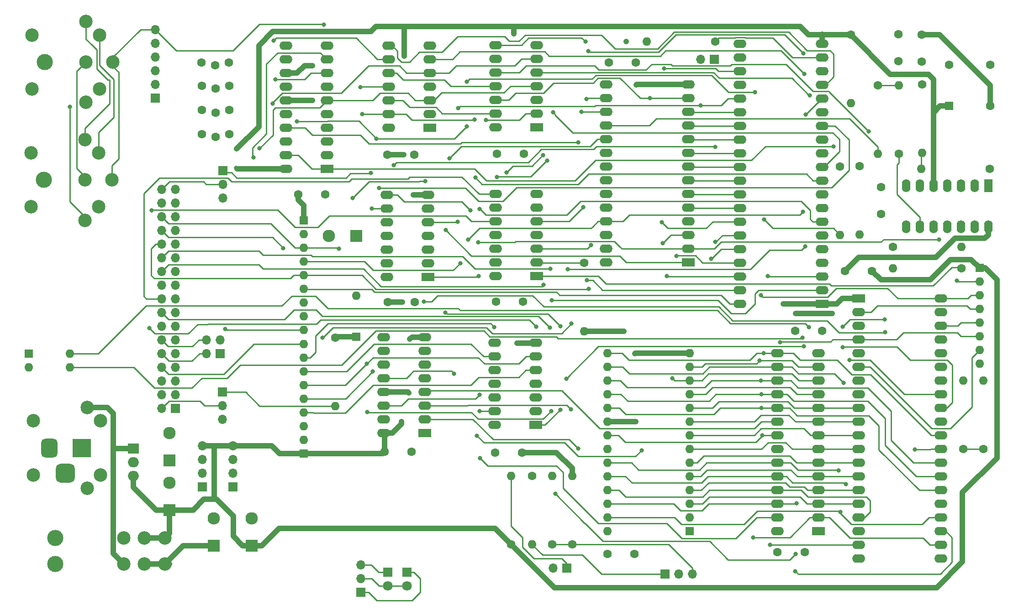
<source format=gbr>
%TF.GenerationSoftware,KiCad,Pcbnew,9.0.4*%
%TF.CreationDate,2025-09-17T18:39:36-04:00*%
%TF.ProjectId,C1581,43313538-312e-46b6-9963-61645f706362,V2*%
%TF.SameCoordinates,Original*%
%TF.FileFunction,Copper,L1,Top*%
%TF.FilePolarity,Positive*%
%FSLAX46Y46*%
G04 Gerber Fmt 4.6, Leading zero omitted, Abs format (unit mm)*
G04 Created by KiCad (PCBNEW 9.0.4) date 2025-09-17 18:39:36*
%MOMM*%
%LPD*%
G01*
G04 APERTURE LIST*
G04 Aperture macros list*
%AMRoundRect*
0 Rectangle with rounded corners*
0 $1 Rounding radius*
0 $2 $3 $4 $5 $6 $7 $8 $9 X,Y pos of 4 corners*
0 Add a 4 corners polygon primitive as box body*
4,1,4,$2,$3,$4,$5,$6,$7,$8,$9,$2,$3,0*
0 Add four circle primitives for the rounded corners*
1,1,$1+$1,$2,$3*
1,1,$1+$1,$4,$5*
1,1,$1+$1,$6,$7*
1,1,$1+$1,$8,$9*
0 Add four rect primitives between the rounded corners*
20,1,$1+$1,$2,$3,$4,$5,0*
20,1,$1+$1,$4,$5,$6,$7,0*
20,1,$1+$1,$6,$7,$8,$9,0*
20,1,$1+$1,$8,$9,$2,$3,0*%
G04 Aperture macros list end*
%TA.AperFunction,ComponentPad*%
%ADD10R,2.400000X1.600000*%
%TD*%
%TA.AperFunction,ComponentPad*%
%ADD11O,2.400000X1.600000*%
%TD*%
%TA.AperFunction,ComponentPad*%
%ADD12C,1.600000*%
%TD*%
%TA.AperFunction,ComponentPad*%
%ADD13O,1.600000X1.600000*%
%TD*%
%TA.AperFunction,ComponentPad*%
%ADD14R,1.600000X1.600000*%
%TD*%
%TA.AperFunction,ComponentPad*%
%ADD15R,2.300000X2.300000*%
%TD*%
%TA.AperFunction,ComponentPad*%
%ADD16C,2.300000*%
%TD*%
%TA.AperFunction,ComponentPad*%
%ADD17R,1.700000X1.700000*%
%TD*%
%TA.AperFunction,ComponentPad*%
%ADD18O,1.700000X1.700000*%
%TD*%
%TA.AperFunction,ComponentPad*%
%ADD19C,2.500000*%
%TD*%
%TA.AperFunction,ComponentPad*%
%ADD20R,2.000000X1.905000*%
%TD*%
%TA.AperFunction,ComponentPad*%
%ADD21O,2.000000X1.905000*%
%TD*%
%TA.AperFunction,ComponentPad*%
%ADD22C,3.000000*%
%TD*%
%TA.AperFunction,ComponentPad*%
%ADD23R,1.600000X2.400000*%
%TD*%
%TA.AperFunction,ComponentPad*%
%ADD24O,1.600000X2.400000*%
%TD*%
%TA.AperFunction,ComponentPad*%
%ADD25R,1.800000X1.800000*%
%TD*%
%TA.AperFunction,ComponentPad*%
%ADD26C,1.800000*%
%TD*%
%TA.AperFunction,ComponentPad*%
%ADD27R,3.500000X3.500000*%
%TD*%
%TA.AperFunction,ComponentPad*%
%ADD28RoundRect,0.750000X-0.750000X-1.000000X0.750000X-1.000000X0.750000X1.000000X-0.750000X1.000000X0*%
%TD*%
%TA.AperFunction,ComponentPad*%
%ADD29RoundRect,0.875000X-0.875000X-0.875000X0.875000X-0.875000X0.875000X0.875000X-0.875000X0.875000X0*%
%TD*%
%TA.AperFunction,ViaPad*%
%ADD30C,0.800000*%
%TD*%
%TA.AperFunction,Conductor*%
%ADD31C,1.000000*%
%TD*%
%TA.AperFunction,Conductor*%
%ADD32C,0.250000*%
%TD*%
G04 APERTURE END LIST*
D10*
%TO.P,U12,1*%
%TO.N,ACTLED*%
X150700000Y-57520000D03*
D11*
%TO.P,U12,2*%
%TO.N,Net-(R13-Pad1)*%
X150700000Y-54980000D03*
%TO.P,U12,3*%
%TO.N,DATA_OUT*%
X150700000Y-52440000D03*
%TO.P,U12,4*%
%TO.N,DATA*%
X150700000Y-49900000D03*
%TO.P,U12,5*%
%TO.N,CLK_OUT*%
X150700000Y-47360000D03*
%TO.P,U12,6*%
%TO.N,SLOW_CLK*%
X150700000Y-44820000D03*
%TO.P,U12,7,GND*%
%TO.N,GND*%
X150700000Y-42280000D03*
%TO.P,U12,8*%
%TO.N,Net-(R12-Pad2)*%
X143080000Y-42280000D03*
%TO.P,U12,9*%
%TO.N,POWERLED*%
X143080000Y-44820000D03*
%TO.P,U12,10*%
%TO.N,Net-(D1-A)*%
X143080000Y-47360000D03*
%TO.P,U12,11*%
%TO.N,Net-(U12-Pad11)*%
X143080000Y-49900000D03*
%TO.P,U12,12*%
%TO.N,~{RESET}*%
X143080000Y-52440000D03*
%TO.P,U12,13*%
%TO.N,Net-(U12-Pad13)*%
X143080000Y-54980000D03*
%TO.P,U12,14,VCC*%
%TO.N,5V*%
X143080000Y-57520000D03*
%TD*%
D12*
%TO.P,FB4,1*%
%TO.N,Net-(X1-OUT)*%
X222140000Y-49610000D03*
D13*
%TO.P,FB4,2*%
%TO.N,Net-(FB4-Pad2)*%
X222140000Y-62310000D03*
%TD*%
D12*
%TO.P,C14,1*%
%TO.N,Net-(X1-Vcc)*%
X217700000Y-45260000D03*
%TO.P,C14,2*%
%TO.N,GND*%
X217700000Y-40260000D03*
%TD*%
%TO.P,C5,1*%
%TO.N,5V*%
X198620000Y-95290000D03*
%TO.P,C5,2*%
%TO.N,GND*%
X203620000Y-95290000D03*
%TD*%
%TO.P,FB3,1*%
%TO.N,Net-(U10-Q1)*%
X217810000Y-62460000D03*
D13*
%TO.P,FB3,2*%
%TO.N,Net-(FB3-Pad2)*%
X217810000Y-49760000D03*
%TD*%
D14*
%TO.P,RP1,1,R1*%
%TO.N,5V*%
X107490000Y-74870000D03*
D13*
%TO.P,RP1,2,R1.2*%
%TO.N,~{RDY}*%
X107490000Y-77410000D03*
%TO.P,RP1,3,R2.2*%
%TO.N,READDATA*%
X107490000Y-79950000D03*
%TO.P,RP1,4,R3.2*%
%TO.N,WRITEPROTECT*%
X107490000Y-82490000D03*
%TO.P,RP1,5,R4.2*%
%TO.N,TRACK00*%
X107490000Y-85030000D03*
%TO.P,RP1,6,R5.2*%
%TO.N,CNT*%
X107490000Y-87570000D03*
%TO.P,RP1,7,R6.2*%
%TO.N,SP*%
X107490000Y-90110000D03*
%TO.P,RP1,8,R7.2*%
%TO.N,SLOW_CLK*%
X107490000Y-92650000D03*
%TO.P,RP1,9,R8.2*%
%TO.N,~{DRV_RESET}*%
X107490000Y-95190000D03*
%TD*%
D15*
%TO.P,C91,1*%
%TO.N,5V*%
X82580000Y-128570000D03*
D16*
%TO.P,C91,2*%
%TO.N,GND*%
X82580000Y-123490000D03*
%TD*%
D17*
%TO.P,J2,1,Pin_1*%
%TO.N,~{DISKCHANGE}*%
X92450000Y-106660000D03*
D18*
%TO.P,J2,2,Pin_2*%
%TO.N,FD_PIN2*%
X92450000Y-109200000D03*
%TO.P,J2,3,Pin_3*%
%TO.N,unconnected-(J2-Pin_3-Pad3)*%
X92450000Y-111740000D03*
%TD*%
D14*
%TO.P,D1,1,K*%
%TO.N,5V*%
X117190000Y-96460000D03*
D13*
%TO.P,D1,2,A*%
%TO.N,Net-(D1-A)*%
X117190000Y-88840000D03*
%TD*%
D19*
%TO.P,CN6,0*%
%TO.N,N/C*%
X57340000Y-122040000D03*
X57340000Y-112040000D03*
%TO.P,CN6,1*%
%TO.N,5VIN*%
X67340000Y-124540000D03*
%TO.P,CN6,2*%
%TO.N,GND*%
X69840000Y-122040000D03*
%TO.P,CN6,3*%
%TO.N,unconnected-(CN6-Pad3)*%
X69840000Y-112040000D03*
%TO.P,CN6,4*%
%TO.N,12VIN*%
X67340000Y-109540000D03*
%TD*%
D12*
%TO.P,EM3,1,1*%
%TO.N,DATA*%
X93675200Y-58826400D03*
%TO.P,EM3,2,2*%
%TO.N,GND*%
X91135200Y-59334400D03*
%TO.P,EM3,3,3*%
%TO.N,Net-(CN3-Pin_5)*%
X88595200Y-58826400D03*
%TD*%
%TO.P,C10,1*%
%TO.N,5V*%
X214480000Y-68660000D03*
%TO.P,C10,2*%
%TO.N,GND*%
X214480000Y-73660000D03*
%TD*%
%TO.P,C1,1*%
%TO.N,5V*%
X212850000Y-84190000D03*
%TO.P,C1,2*%
%TO.N,GND*%
X207850000Y-84190000D03*
%TD*%
%TO.P,R2,1*%
%TO.N,5V*%
X113320000Y-96570000D03*
D13*
%TO.P,R2,2*%
%TO.N,~{DISKCHANGE}*%
X113320000Y-109270000D03*
%TD*%
D12*
%TO.P,R5,1*%
%TO.N,Net-(JP1-A)*%
X183790000Y-41610000D03*
D13*
%TO.P,R5,2*%
%TO.N,5V*%
X171090000Y-41610000D03*
%TD*%
D12*
%TO.P,EM4,1,1*%
%TO.N,SLOW_CLK*%
X93675199Y-54364400D03*
%TO.P,EM4,2,2*%
%TO.N,GND*%
X91135199Y-54872400D03*
%TO.P,EM4,3,3*%
%TO.N,Net-(CN3-Pin_4)*%
X88595199Y-54364400D03*
%TD*%
%TO.P,R1,1*%
%TO.N,Net-(FB1-Pad1)*%
X233500000Y-117260000D03*
D13*
%TO.P,R1,2*%
%TO.N,R{slash}~{W}*%
X233500000Y-104560000D03*
%TD*%
D17*
%TO.P,J3,1,Pin_1*%
%TO.N,GND*%
X92040000Y-99530000D03*
D18*
%TO.P,J3,2,Pin_2*%
%TO.N,SELECT0*%
X89500000Y-99530000D03*
%TO.P,J3,3,Pin_3*%
%TO.N,GND*%
X92040000Y-96990000D03*
%TO.P,J3,4,Pin_4*%
%TO.N,SELECT1*%
X89500000Y-96990000D03*
%TD*%
D12*
%TO.P,C3,1*%
%TO.N,5V*%
X195330000Y-136410000D03*
%TO.P,C3,2*%
%TO.N,GND*%
X200330000Y-136410000D03*
%TD*%
D17*
%TO.P,J1,1,Pin_1*%
%TO.N,~{RDY}*%
X92510000Y-65560000D03*
D18*
%TO.P,J1,2,Pin_2*%
%TO.N,FD_PIN34*%
X92510000Y-68100000D03*
%TO.P,J1,3,Pin_3*%
%TO.N,~{DISKCHANGE}*%
X92510000Y-70640000D03*
%TD*%
D17*
%TO.P,J5,1,Pin_1*%
%TO.N,Net-(J5-Pin_1)*%
X156290000Y-139380000D03*
D18*
%TO.P,J5,2,Pin_2*%
%TO.N,GND*%
X153750000Y-139380000D03*
%TD*%
D12*
%TO.P,R10,1*%
%TO.N,PHI0*%
X229410000Y-83720000D03*
D13*
%TO.P,R10,2*%
%TO.N,Net-(FB5-Pad1)*%
X216710000Y-83720000D03*
%TD*%
D15*
%TO.P,C20,1*%
%TO.N,Net-(D1-A)*%
X117190000Y-77690000D03*
D16*
%TO.P,C20,2*%
%TO.N,GND*%
X112110000Y-77690000D03*
%TD*%
D12*
%TO.P,C15,1*%
%TO.N,Net-(X1-Vcc)*%
X222080000Y-45330000D03*
%TO.P,C15,2*%
%TO.N,GND*%
X222080000Y-40330000D03*
%TD*%
D15*
%TO.P,C90,1*%
%TO.N,12VIN*%
X82640000Y-119350000D03*
D16*
%TO.P,C90,2*%
%TO.N,GND*%
X82640000Y-114270000D03*
%TD*%
D12*
%TO.P,EM2,1,1*%
%TO.N,~{ATN}*%
X93645200Y-45504400D03*
%TO.P,EM2,2,2*%
%TO.N,GND*%
X91105200Y-46012400D03*
%TO.P,EM2,3,3*%
%TO.N,Net-(CN3-Pin_3)*%
X88565200Y-45504400D03*
%TD*%
%TO.P,FB1,1*%
%TO.N,Net-(FB1-Pad1)*%
X229760000Y-117240000D03*
D13*
%TO.P,FB1,2*%
%TO.N,Net-(U1-R{slash}~{W})*%
X229760000Y-104540000D03*
%TD*%
D10*
%TO.P,U3,1,A14*%
%TO.N,A14*%
X202950000Y-132530000D03*
D11*
%TO.P,U3,2,A12*%
%TO.N,A12*%
X202950000Y-129990000D03*
%TO.P,U3,3,A7*%
%TO.N,A7*%
X202950000Y-127450000D03*
%TO.P,U3,4,A6*%
%TO.N,A6*%
X202950000Y-124910000D03*
%TO.P,U3,5,A5*%
%TO.N,A5*%
X202950000Y-122370000D03*
%TO.P,U3,6,A4*%
%TO.N,A4*%
X202950000Y-119830000D03*
%TO.P,U3,7,A3*%
%TO.N,A3*%
X202950000Y-117290000D03*
%TO.P,U3,8,A2*%
%TO.N,A2*%
X202950000Y-114750000D03*
%TO.P,U3,9,A1*%
%TO.N,A1*%
X202950000Y-112210000D03*
%TO.P,U3,10,A0*%
%TO.N,A0*%
X202950000Y-109670000D03*
%TO.P,U3,11,D0*%
%TO.N,D0*%
X202950000Y-107130000D03*
%TO.P,U3,12,D1*%
%TO.N,D1*%
X202950000Y-104590000D03*
%TO.P,U3,13,D2*%
%TO.N,D2*%
X202950000Y-102050000D03*
%TO.P,U3,14,GND*%
%TO.N,GND*%
X202950000Y-99510000D03*
%TO.P,U3,15,D3*%
%TO.N,D3*%
X195330000Y-99510000D03*
%TO.P,U3,16,D4*%
%TO.N,D4*%
X195330000Y-102050000D03*
%TO.P,U3,17,D5*%
%TO.N,D5*%
X195330000Y-104590000D03*
%TO.P,U3,18,D6*%
%TO.N,D6*%
X195330000Y-107130000D03*
%TO.P,U3,19,D7*%
%TO.N,D7*%
X195330000Y-109670000D03*
%TO.P,U3,20,~{CE}*%
%TO.N,~{RAM_OE}*%
X195330000Y-112210000D03*
%TO.P,U3,21,A10*%
%TO.N,A10*%
X195330000Y-114750000D03*
%TO.P,U3,22,~{OE}*%
%TO.N,~{RAM_OE}*%
X195330000Y-117290000D03*
%TO.P,U3,23,A11*%
%TO.N,A11*%
X195330000Y-119830000D03*
%TO.P,U3,24,A9*%
%TO.N,A9*%
X195330000Y-122370000D03*
%TO.P,U3,25,A8*%
%TO.N,A8*%
X195330000Y-124910000D03*
%TO.P,U3,26,A13*%
%TO.N,A13*%
X195330000Y-127450000D03*
%TO.P,U3,27,~{WE}*%
%TO.N,~{RAMWE}*%
X195330000Y-129990000D03*
%TO.P,U3,28,VCC*%
%TO.N,5V*%
X195330000Y-132530000D03*
%TD*%
D12*
%TO.P,R14,1*%
%TO.N,RED_LED*%
X157280000Y-134920000D03*
D13*
%TO.P,R14,2*%
%TO.N,GND*%
X157280000Y-122220000D03*
%TD*%
D14*
%TO.P,SW1,1*%
%TO.N,GND*%
X56510000Y-99560000D03*
D13*
%TO.P,SW1,2*%
X56510000Y-102100000D03*
%TO.P,SW1,3*%
%TO.N,Net-(U5-PA4)*%
X64130000Y-102100000D03*
%TO.P,SW1,4*%
%TO.N,Net-(U5-PA3)*%
X64130000Y-99560000D03*
%TD*%
D12*
%TO.P,FB2,1*%
%TO.N,Net-(FB2-Pad1)*%
X210550000Y-64790000D03*
D13*
%TO.P,FB2,2*%
%TO.N,Net-(U1-02)*%
X210550000Y-77490000D03*
%TD*%
D12*
%TO.P,C11,1*%
%TO.N,5V*%
X142980000Y-117900000D03*
%TO.P,C11,2*%
%TO.N,GND*%
X147980000Y-117900000D03*
%TD*%
%TO.P,R12,1*%
%TO.N,RED_LED*%
X153520000Y-134920000D03*
D13*
%TO.P,R12,2*%
%TO.N,Net-(R12-Pad2)*%
X153520000Y-122220000D03*
%TD*%
D10*
%TO.P,U13,1,OEa*%
%TO.N,FAST_SER_DIR*%
X111790000Y-65300000D03*
D11*
%TO.P,U13,2,I0a*%
%TO.N,GND*%
X111790000Y-62760000D03*
%TO.P,U13,3,O3b*%
%TO.N,Net-(RP11F-R6.2)*%
X111790000Y-60220000D03*
%TO.P,U13,4,I1a*%
%TO.N,GND*%
X111790000Y-57680000D03*
%TO.P,U13,5,O2b*%
%TO.N,unconnected-(U13-O2b-Pad5)*%
X111790000Y-55140000D03*
%TO.P,U13,6,I2a*%
%TO.N,DATA*%
X111790000Y-52600000D03*
%TO.P,U13,7,O1b*%
%TO.N,unconnected-(U13-O1b-Pad7)*%
X111790000Y-50060000D03*
%TO.P,U13,8,I3a*%
%TO.N,FAST_CLK*%
X111790000Y-47520000D03*
%TO.P,U13,9,O0b*%
%TO.N,Net-(RP11C-R3.2)*%
X111790000Y-44980000D03*
%TO.P,U13,10,GND*%
%TO.N,GND*%
X111790000Y-42440000D03*
%TO.P,U13,11,I0b*%
%TO.N,CNT*%
X104170000Y-42440000D03*
%TO.P,U13,12,O3a*%
X104170000Y-44980000D03*
%TO.P,U13,13,I1b*%
%TO.N,GND*%
X104170000Y-47520000D03*
%TO.P,U13,14,O2a*%
%TO.N,SP*%
X104170000Y-50060000D03*
%TO.P,U13,15,I2b*%
%TO.N,GND*%
X104170000Y-52600000D03*
%TO.P,U13,16,O1a*%
%TO.N,unconnected-(U13-O1a-Pad16)*%
X104170000Y-55140000D03*
%TO.P,U13,17,I3b*%
%TO.N,SP*%
X104170000Y-57680000D03*
%TO.P,U13,18,O0a*%
%TO.N,unconnected-(U13-O0a-Pad18)*%
X104170000Y-60220000D03*
%TO.P,U13,19,OEb*%
%TO.N,FAST_SER_DIR*%
X104170000Y-62760000D03*
%TO.P,U13,20,VCC*%
%TO.N,5V*%
X104170000Y-65300000D03*
%TD*%
D20*
%TO.P,U90,1,IN*%
%TO.N,12VIN*%
X75915000Y-117180000D03*
D21*
%TO.P,U90,2,GND*%
%TO.N,GND*%
X75915000Y-119720000D03*
%TO.P,U90,3,OUT*%
%TO.N,5V*%
X75915000Y-122260000D03*
%TD*%
D22*
%TO.P,SW2,0*%
%TO.N,N/C*%
X61430000Y-133740000D03*
X61430000Y-138570000D03*
D19*
%TO.P,SW2,1*%
%TO.N,5VIN*%
X74130000Y-133740000D03*
%TO.P,SW2,2*%
%TO.N,5V*%
X77940000Y-133740000D03*
%TO.P,SW2,3*%
X81750000Y-133740000D03*
%TO.P,SW2,4*%
%TO.N,12VIN*%
X74130000Y-138570000D03*
%TO.P,SW2,5*%
%TO.N,12V*%
X77940000Y-138570000D03*
%TO.P,SW2,6*%
X81750000Y-138570000D03*
%TD*%
D12*
%TO.P,C8,1*%
%TO.N,5V*%
X143120000Y-89940000D03*
%TO.P,C8,2*%
%TO.N,GND*%
X148120000Y-89940000D03*
%TD*%
D17*
%TO.P,CN2,1,Pin_1*%
%TO.N,GND*%
X83720000Y-109740000D03*
D18*
%TO.P,CN2,2,Pin_2*%
%TO.N,FD_PIN2*%
X81180000Y-109740000D03*
%TO.P,CN2,3,Pin_3*%
%TO.N,GND*%
X83720000Y-107200000D03*
%TO.P,CN2,4,Pin_4*%
%TO.N,unconnected-(CN2-Pin_4-Pad4)*%
X81180000Y-107200000D03*
%TO.P,CN2,5,Pin_5*%
%TO.N,GND*%
X83720000Y-104660000D03*
%TO.P,CN2,6,Pin_6*%
%TO.N,unconnected-(CN2-Pin_6-Pad6)*%
X81180000Y-104660000D03*
%TO.P,CN2,7,Pin_7*%
%TO.N,GND*%
X83720000Y-102120000D03*
%TO.P,CN2,8,Pin_8*%
%TO.N,INDEX*%
X81180000Y-102120000D03*
%TO.P,CN2,9,Pin_9*%
%TO.N,GND*%
X83720000Y-99580000D03*
%TO.P,CN2,10,Pin_10*%
%TO.N,SELECT0*%
X81180000Y-99580000D03*
%TO.P,CN2,11,Pin_11*%
%TO.N,GND*%
X83720000Y-97040000D03*
%TO.P,CN2,12,Pin_12*%
%TO.N,SELECT1*%
X81180000Y-97040000D03*
%TO.P,CN2,13,Pin_13*%
%TO.N,GND*%
X83720000Y-94500000D03*
%TO.P,CN2,14,Pin_14*%
%TO.N,unconnected-(CN2-Pin_14-Pad14)*%
X81180000Y-94500000D03*
%TO.P,CN2,15,Pin_15*%
%TO.N,GND*%
X83720000Y-91960000D03*
%TO.P,CN2,16,Pin_16*%
%TO.N,MOTOREN*%
X81180000Y-91960000D03*
%TO.P,CN2,17,Pin_17*%
%TO.N,GND*%
X83720000Y-89420000D03*
%TO.P,CN2,18,Pin_18*%
%TO.N,DIRECTION*%
X81180000Y-89420000D03*
%TO.P,CN2,19,Pin_19*%
%TO.N,GND*%
X83720000Y-86880000D03*
%TO.P,CN2,20,Pin_20*%
%TO.N,STEP*%
X81180000Y-86880000D03*
%TO.P,CN2,21,Pin_21*%
%TO.N,GND*%
X83720000Y-84340000D03*
%TO.P,CN2,22,Pin_22*%
%TO.N,WRITEDATA*%
X81180000Y-84340000D03*
%TO.P,CN2,23,Pin_23*%
%TO.N,GND*%
X83720000Y-81800000D03*
%TO.P,CN2,24,Pin_24*%
%TO.N,WRITEGATE*%
X81180000Y-81800000D03*
%TO.P,CN2,25,Pin_25*%
%TO.N,GND*%
X83720000Y-79260000D03*
%TO.P,CN2,26,Pin_26*%
%TO.N,TRACK00*%
X81180000Y-79260000D03*
%TO.P,CN2,27,Pin_27*%
%TO.N,GND*%
X83720000Y-76720000D03*
%TO.P,CN2,28,Pin_28*%
%TO.N,WRITEPROTECT*%
X81180000Y-76720000D03*
%TO.P,CN2,29,Pin_29*%
%TO.N,GND*%
X83720000Y-74180000D03*
%TO.P,CN2,30,Pin_30*%
%TO.N,READDATA*%
X81180000Y-74180000D03*
%TO.P,CN2,31,Pin_31*%
%TO.N,GND*%
X83720000Y-71640000D03*
%TO.P,CN2,32,Pin_32*%
%TO.N,SIDESELECT*%
X81180000Y-71640000D03*
%TO.P,CN2,33,Pin_33*%
%TO.N,GND*%
X83720000Y-69100000D03*
%TO.P,CN2,34,Pin_34*%
%TO.N,FD_PIN34*%
X81180000Y-69100000D03*
%TD*%
D23*
%TO.P,U10,1,CP1..3*%
%TO.N,Net-(U10-CP1..3)*%
X234390000Y-68400000D03*
D24*
%TO.P,U10,2,R0(1)*%
%TO.N,GND*%
X231850000Y-68400000D03*
%TO.P,U10,3,R0(2)*%
X229310000Y-68400000D03*
%TO.P,U10,4*%
%TO.N,N/C*%
X226770000Y-68400000D03*
%TO.P,U10,5,VCC*%
%TO.N,5V*%
X224230000Y-68400000D03*
%TO.P,U10,6*%
%TO.N,N/C*%
X221690000Y-68400000D03*
%TO.P,U10,7*%
X219150000Y-68400000D03*
%TO.P,U10,8,Q2*%
%TO.N,unconnected-(U10-Q2-Pad8)*%
X219150000Y-76020000D03*
%TO.P,U10,9,Q1*%
%TO.N,Net-(U10-Q1)*%
X221690000Y-76020000D03*
%TO.P,U10,10,GND*%
%TO.N,GND*%
X224230000Y-76020000D03*
%TO.P,U10,11,Q3*%
%TO.N,Net-(U10-Q3)*%
X226770000Y-76020000D03*
%TO.P,U10,12,Q0*%
%TO.N,unconnected-(U10-Q0-Pad12)*%
X229310000Y-76020000D03*
%TO.P,U10,13*%
%TO.N,N/C*%
X231850000Y-76020000D03*
%TO.P,U10,14,CP0*%
%TO.N,GND*%
X234390000Y-76020000D03*
%TD*%
D17*
%TO.P,CN1,1,Pin_1*%
%TO.N,12V*%
X94410000Y-124293662D03*
D18*
%TO.P,CN1,2,Pin_2*%
%TO.N,GND*%
X94410000Y-121753662D03*
%TO.P,CN1,3,Pin_3*%
X94410000Y-119213662D03*
%TO.P,CN1,4,Pin_4*%
%TO.N,5V*%
X94410000Y-116673662D03*
%TD*%
D17*
%TO.P,JP1,1,A*%
%TO.N,Net-(JP1-A)*%
X183620000Y-44920000D03*
D18*
%TO.P,JP1,2,B*%
%TO.N,PHI2*%
X181080000Y-44920000D03*
%TD*%
D12*
%TO.P,FB5,1*%
%TO.N,Net-(FB5-Pad1)*%
X216690000Y-79750000D03*
D13*
%TO.P,FB5,2*%
%TO.N,Net-(U10-Q3)*%
X229390000Y-79750000D03*
%TD*%
D25*
%TO.P,D3,1,K*%
%TO.N,Net-(CN9-Pin_3)*%
X123040000Y-140145000D03*
D26*
%TO.P,D3,2,A*%
%TO.N,Net-(CN9-Pin_2)*%
X123040000Y-142685000D03*
%TD*%
D12*
%TO.P,R4,1*%
%TO.N,Net-(U6B-E)*%
X159450000Y-82680000D03*
D13*
%TO.P,R4,2*%
%TO.N,5V*%
X159450000Y-95380000D03*
%TD*%
D12*
%TO.P,R13,1*%
%TO.N,Net-(R13-Pad1)*%
X149820000Y-122230000D03*
D13*
%TO.P,R13,2*%
%TO.N,GREEN_LED*%
X149820000Y-134930000D03*
%TD*%
D12*
%TO.P,C4,1*%
%TO.N,5V*%
X164050000Y-45540000D03*
%TO.P,C4,2*%
%TO.N,GND*%
X169050000Y-45540000D03*
%TD*%
%TO.P,FB6,1*%
%TO.N,5V*%
X208890000Y-40350000D03*
D13*
%TO.P,FB6,2*%
%TO.N,Net-(X1-Vcc)*%
X208890000Y-53050000D03*
%TD*%
D17*
%TO.P,CN9,1,Pin_1*%
%TO.N,Net-(CN9-Pin_1)*%
X118090000Y-143860000D03*
D18*
%TO.P,CN9,2,Pin_2*%
%TO.N,Net-(CN9-Pin_2)*%
X118090000Y-141320000D03*
%TO.P,CN9,3,Pin_3*%
%TO.N,Net-(CN9-Pin_3)*%
X118090000Y-138780000D03*
%TD*%
D12*
%TO.P,C9,1*%
%TO.N,5V*%
X122990000Y-62600000D03*
%TO.P,C9,2*%
%TO.N,GND*%
X127990000Y-62600000D03*
%TD*%
D10*
%TO.P,U4,1,~{CS}*%
%TO.N,~{WD_CS}*%
X178750000Y-82640000D03*
D11*
%TO.P,U4,2,R/~{W}*%
%TO.N,R{slash}~{W}*%
X178750000Y-80100000D03*
%TO.P,U4,3,A0*%
%TO.N,A0*%
X178750000Y-77560000D03*
%TO.P,U4,4,A1*%
%TO.N,A1*%
X178750000Y-75020000D03*
%TO.P,U4,5,D0*%
%TO.N,D0*%
X178750000Y-72480000D03*
%TO.P,U4,6,D1*%
%TO.N,D1*%
X178750000Y-69940000D03*
%TO.P,U4,7,D2*%
%TO.N,D2*%
X178750000Y-67400000D03*
%TO.P,U4,8,D3*%
%TO.N,D3*%
X178750000Y-64860000D03*
%TO.P,U4,9,D4*%
%TO.N,D4*%
X178750000Y-62320000D03*
%TO.P,U4,10,D5*%
%TO.N,D5*%
X178750000Y-59780000D03*
%TO.P,U4,11,D6*%
%TO.N,D6*%
X178750000Y-57240000D03*
%TO.P,U4,12,D7*%
%TO.N,D7*%
X178750000Y-54700000D03*
%TO.P,U4,13,~{RES}*%
%TO.N,~{RESET}*%
X178750000Y-52160000D03*
%TO.P,U4,14,GND*%
%TO.N,GND*%
X178750000Y-49620000D03*
%TO.P,U4,15,VCC*%
%TO.N,5V*%
X163510000Y-49620000D03*
%TO.P,U4,16,STEP*%
%TO.N,Net-(U4-STEP)*%
X163510000Y-52160000D03*
%TO.P,U4,17,DIRC*%
%TO.N,Net-(U4-DIRC)*%
X163510000Y-54700000D03*
%TO.P,U4,18,CLK*%
%TO.N,FDC_CLOCK*%
X163510000Y-57240000D03*
%TO.P,U4,19,~{RD}*%
%TO.N,READDATA*%
X163510000Y-59780000D03*
%TO.P,U4,20,MO*%
%TO.N,unconnected-(U4-MO-Pad20)*%
X163510000Y-62320000D03*
%TO.P,U4,21,WG*%
%TO.N,Net-(U4-WG)*%
X163510000Y-64860000D03*
%TO.P,U4,22,WD*%
%TO.N,Net-(U4-WD)*%
X163510000Y-67400000D03*
%TO.P,U4,23,~{TR00}*%
%TO.N,TRACK00*%
X163510000Y-69940000D03*
%TO.P,U4,24,~{IP}*%
%TO.N,INDEX*%
X163510000Y-72480000D03*
%TO.P,U4,25,~{WPRT}*%
%TO.N,WRITEPROTECT*%
X163510000Y-75020000D03*
%TO.P,U4,26,~{DDEN}*%
%TO.N,unconnected-(U4-~{DDEN}-Pad26)*%
X163510000Y-77560000D03*
%TO.P,U4,27,DRQ*%
%TO.N,unconnected-(U4-DRQ-Pad27)*%
X163510000Y-80100000D03*
%TO.P,U4,28,INTRQ*%
%TO.N,unconnected-(U4-INTRQ-Pad28)*%
X163510000Y-82640000D03*
%TD*%
D12*
%TO.P,EM1,1,1*%
%TO.N,FAST_CLK*%
X93665200Y-49864400D03*
%TO.P,EM1,2,2*%
%TO.N,GND*%
X91125200Y-50372400D03*
%TO.P,EM1,3,3*%
%TO.N,Net-(CN3-Pin_1)*%
X88585200Y-49864400D03*
%TD*%
%TO.P,C12,1*%
%TO.N,5V*%
X143310000Y-62490000D03*
%TO.P,C12,2*%
%TO.N,GND*%
X148310000Y-62490000D03*
%TD*%
%TO.P,C13,1*%
%TO.N,5V*%
X106470000Y-69990000D03*
%TO.P,C13,2*%
%TO.N,GND*%
X111470000Y-69990000D03*
%TD*%
%TO.P,C7,1*%
%TO.N,5V*%
X123050000Y-89970000D03*
%TO.P,C7,2*%
%TO.N,GND*%
X128050000Y-89970000D03*
%TD*%
%TO.P,C2,1*%
%TO.N,5V*%
X163780000Y-136680000D03*
%TO.P,C2,2*%
%TO.N,GND*%
X168780000Y-136680000D03*
%TD*%
%TO.P,R3,1*%
%TO.N,Net-(FB2-Pad1)*%
X206910000Y-64820000D03*
D13*
%TO.P,R3,2*%
%TO.N,PHI2*%
X206910000Y-77520000D03*
%TD*%
D17*
%TO.P,CN8,1,Pin_1*%
%TO.N,12V*%
X88680000Y-124293662D03*
D18*
%TO.P,CN8,2,Pin_2*%
%TO.N,GND*%
X88680000Y-121753662D03*
%TO.P,CN8,3,Pin_3*%
X88680000Y-119213662D03*
%TO.P,CN8,4,Pin_4*%
%TO.N,5V*%
X88680000Y-116673662D03*
%TD*%
D10*
%TO.P,U1,1,VSS*%
%TO.N,GND*%
X210340000Y-89330000D03*
D11*
%TO.P,U1,2,RDY*%
%TO.N,RDY*%
X210340000Y-91870000D03*
%TO.P,U1,3,01*%
%TO.N,unconnected-(U1-01-Pad3)*%
X210340000Y-94410000D03*
%TO.P,U1,4,~{IRQ}*%
%TO.N,~{IRQ}*%
X210340000Y-96950000D03*
%TO.P,U1,5,NC*%
%TO.N,unconnected-(U1-NC-Pad5)*%
X210340000Y-99490000D03*
%TO.P,U1,6,~{NMI}*%
%TO.N,~{NMI}*%
X210340000Y-102030000D03*
%TO.P,U1,7,SYNC*%
%TO.N,unconnected-(U1-SYNC-Pad7)*%
X210340000Y-104570000D03*
%TO.P,U1,8,Vcc*%
%TO.N,5V*%
X210340000Y-107110000D03*
%TO.P,U1,9,A0*%
%TO.N,A0*%
X210340000Y-109650000D03*
%TO.P,U1,10,A1*%
%TO.N,A1*%
X210340000Y-112190000D03*
%TO.P,U1,11,A2*%
%TO.N,A2*%
X210340000Y-114730000D03*
%TO.P,U1,12,A3*%
%TO.N,A3*%
X210340000Y-117270000D03*
%TO.P,U1,13,A4*%
%TO.N,A4*%
X210340000Y-119810000D03*
%TO.P,U1,14,A5*%
%TO.N,A5*%
X210340000Y-122350000D03*
%TO.P,U1,15,A6*%
%TO.N,A6*%
X210340000Y-124890000D03*
%TO.P,U1,16,A7*%
%TO.N,A7*%
X210340000Y-127430000D03*
%TO.P,U1,17,A8*%
%TO.N,A8*%
X210340000Y-129970000D03*
%TO.P,U1,18,A9*%
%TO.N,A9*%
X210340000Y-132510000D03*
%TO.P,U1,19,A10*%
%TO.N,A10*%
X210340000Y-135050000D03*
%TO.P,U1,20,A11*%
%TO.N,A11*%
X210340000Y-137590000D03*
%TO.P,U1,21,GND*%
%TO.N,GND*%
X225580000Y-137590000D03*
%TO.P,U1,22,A12*%
%TO.N,A12*%
X225580000Y-135050000D03*
%TO.P,U1,23,A13*%
%TO.N,A13*%
X225580000Y-132510000D03*
%TO.P,U1,24,A14*%
%TO.N,A14*%
X225580000Y-129970000D03*
%TO.P,U1,25,A15*%
%TO.N,A15*%
X225580000Y-127430000D03*
%TO.P,U1,26,D7*%
%TO.N,D7*%
X225580000Y-124890000D03*
%TO.P,U1,27,D6*%
%TO.N,D6*%
X225580000Y-122350000D03*
%TO.P,U1,28,D5*%
%TO.N,D5*%
X225580000Y-119810000D03*
%TO.P,U1,29,D4*%
%TO.N,D4*%
X225580000Y-117270000D03*
%TO.P,U1,30,D3*%
%TO.N,D3*%
X225580000Y-114730000D03*
%TO.P,U1,31,D2*%
%TO.N,D2*%
X225580000Y-112190000D03*
%TO.P,U1,32,D1*%
%TO.N,D1*%
X225580000Y-109650000D03*
%TO.P,U1,33,D0*%
%TO.N,D0*%
X225580000Y-107110000D03*
%TO.P,U1,34,R/~{W}*%
%TO.N,Net-(U1-R{slash}~{W})*%
X225580000Y-104570000D03*
%TO.P,U1,35,NC*%
%TO.N,unconnected-(U1-NC-Pad35)*%
X225580000Y-102030000D03*
%TO.P,U1,36,NC*%
%TO.N,unconnected-(U1-NC-Pad36)*%
X225580000Y-99490000D03*
%TO.P,U1,37,00*%
%TO.N,PHI0*%
X225580000Y-96950000D03*
%TO.P,U1,38,SO*%
%TO.N,S0*%
X225580000Y-94410000D03*
%TO.P,U1,39,02*%
%TO.N,Net-(U1-02)*%
X225580000Y-91870000D03*
%TO.P,U1,40,~{RESET}*%
%TO.N,~{RESET}*%
X225580000Y-89330000D03*
%TD*%
D10*
%TO.P,U7,1*%
%TO.N,R{slash}~{W}*%
X130560000Y-85350000D03*
D11*
%TO.P,U7,2*%
%TO.N,A15*%
X130560000Y-82810000D03*
%TO.P,U7,3*%
%TO.N,~{ROM_OE}*%
X130560000Y-80270000D03*
%TO.P,U7,4*%
%TO.N,Net-(U7-Pad4)*%
X130560000Y-77730000D03*
%TO.P,U7,5*%
%TO.N,PHI2*%
X130560000Y-75190000D03*
%TO.P,U7,6*%
%TO.N,~{WD_CS}*%
X130560000Y-72650000D03*
%TO.P,U7,7,GND*%
%TO.N,GND*%
X130560000Y-70110000D03*
%TO.P,U7,8*%
%TO.N,Net-(U11-Pad13)*%
X122940000Y-70110000D03*
%TO.P,U7,9*%
%TO.N,ATN_IN*%
X122940000Y-72650000D03*
%TO.P,U7,10*%
%TO.N,ATN_ACK*%
X122940000Y-75190000D03*
%TO.P,U7,11*%
%TO.N,~{FLAG}*%
X122940000Y-77730000D03*
%TO.P,U7,12*%
%TO.N,ATN_IN*%
X122940000Y-80270000D03*
%TO.P,U7,13*%
X122940000Y-82810000D03*
%TO.P,U7,14,VCC*%
%TO.N,5V*%
X122940000Y-85350000D03*
%TD*%
D12*
%TO.P,R11,1*%
%TO.N,Net-(FB3-Pad2)*%
X213920000Y-49760000D03*
D13*
%TO.P,R11,2*%
%TO.N,FDC_CLOCK*%
X213920000Y-62460000D03*
%TD*%
D17*
%TO.P,CN5,1,Pin_1*%
%TO.N,GREEN_LED*%
X174460000Y-140470000D03*
D18*
%TO.P,CN5,2,Pin_2*%
%TO.N,5V*%
X177000000Y-140470000D03*
%TO.P,CN5,3,Pin_3*%
%TO.N,RED_LED*%
X179540000Y-140470000D03*
%TD*%
D14*
%TO.P,X1,1,EN*%
%TO.N,5V*%
X227120000Y-53620000D03*
D12*
%TO.P,X1,4,GND*%
%TO.N,GND*%
X234740000Y-53620000D03*
%TO.P,X1,5,OUT*%
%TO.N,Net-(X1-OUT)*%
X234740000Y-46000000D03*
%TO.P,X1,8,Vcc*%
%TO.N,Net-(X1-Vcc)*%
X227120000Y-46000000D03*
%TD*%
D10*
%TO.P,U5,1,VSS*%
%TO.N,GND*%
X203630000Y-90290000D03*
D11*
%TO.P,U5,2,PA0*%
%TO.N,SIDE0*%
X203630000Y-87750000D03*
%TO.P,U5,3,PA1*%
%TO.N,~{RDY}*%
X203630000Y-85210000D03*
%TO.P,U5,4,PA2*%
%TO.N,~{MOTOR}*%
X203630000Y-82670000D03*
%TO.P,U5,5,PA3*%
%TO.N,Net-(U5-PA3)*%
X203630000Y-80130000D03*
%TO.P,U5,6,PA4*%
%TO.N,Net-(U5-PA4)*%
X203630000Y-77590000D03*
%TO.P,U5,7,PA5*%
%TO.N,POWERLED*%
X203630000Y-75050000D03*
%TO.P,U5,8,PA6*%
%TO.N,ACTLED*%
X203630000Y-72510000D03*
%TO.P,U5,9,PA7*%
%TO.N,~{DISKCHANGE}*%
X203630000Y-69970000D03*
%TO.P,U5,10,PB0*%
%TO.N,DATA_IN*%
X203630000Y-67430000D03*
%TO.P,U5,11,PB1*%
%TO.N,DATA_OUT*%
X203630000Y-64890000D03*
%TO.P,U5,12,PB2*%
%TO.N,CLK_IN*%
X203630000Y-62350000D03*
%TO.P,U5,13,PB3*%
%TO.N,CLK_OUT*%
X203630000Y-59810000D03*
%TO.P,U5,14,PB4*%
%TO.N,ATN_ACK*%
X203630000Y-57270000D03*
%TO.P,U5,15,PB5*%
%TO.N,FAST_SER_DIR*%
X203630000Y-54730000D03*
%TO.P,U5,16,PB6*%
%TO.N,WRITEPROTECT*%
X203630000Y-52190000D03*
%TO.P,U5,17,PB7*%
%TO.N,ATN_IN*%
X203630000Y-49650000D03*
%TO.P,U5,18,~{PC}*%
%TO.N,unconnected-(U5-~{PC}-Pad18)*%
X203630000Y-47110000D03*
%TO.P,U5,19,TOD*%
%TO.N,Net-(JP1-A)*%
X203630000Y-44570000D03*
%TO.P,U5,20,VCC*%
%TO.N,5V*%
X203630000Y-42030000D03*
%TO.P,U5,21,~{IRQ}*%
%TO.N,~{IRQ}*%
X188390000Y-42030000D03*
%TO.P,U5,22,R/~{W}*%
%TO.N,R{slash}~{W}*%
X188390000Y-44570000D03*
%TO.P,U5,23,~{CS}*%
%TO.N,~{CIA_SEL}*%
X188390000Y-47110000D03*
%TO.P,U5,24,~{FLAG}*%
%TO.N,~{FLAG}*%
X188390000Y-49650000D03*
%TO.P,U5,25,\u03D52*%
%TO.N,PHI2*%
X188390000Y-52190000D03*
%TO.P,U5,26,D7*%
%TO.N,D7*%
X188390000Y-54730000D03*
%TO.P,U5,27,D6*%
%TO.N,D6*%
X188390000Y-57270000D03*
%TO.P,U5,28,D5*%
%TO.N,D5*%
X188390000Y-59810000D03*
%TO.P,U5,29,D4*%
%TO.N,D4*%
X188390000Y-62350000D03*
%TO.P,U5,30,D3*%
%TO.N,D3*%
X188390000Y-64890000D03*
%TO.P,U5,31,D2*%
%TO.N,D2*%
X188390000Y-67430000D03*
%TO.P,U5,32,D1*%
%TO.N,D1*%
X188390000Y-69970000D03*
%TO.P,U5,33,D0*%
%TO.N,D0*%
X188390000Y-72510000D03*
%TO.P,U5,34,~{RES}*%
%TO.N,~{RESET}*%
X188390000Y-75050000D03*
%TO.P,U5,35,RS3*%
%TO.N,A3*%
X188390000Y-77590000D03*
%TO.P,U5,36,RS2*%
%TO.N,A2*%
X188390000Y-80130000D03*
%TO.P,U5,37,RS1*%
%TO.N,A1*%
X188390000Y-82670000D03*
%TO.P,U5,38,RS0*%
%TO.N,A0*%
X188390000Y-85210000D03*
%TO.P,U5,39,SP*%
%TO.N,SP*%
X188390000Y-87750000D03*
%TO.P,U5,40,CNT*%
%TO.N,CNT*%
X188390000Y-90290000D03*
%TD*%
D12*
%TO.P,C6,1*%
%TO.N,5V*%
X122500000Y-117740000D03*
%TO.P,C6,2*%
%TO.N,GND*%
X127500000Y-117740000D03*
%TD*%
D14*
%TO.P,RP2,1,R1*%
%TO.N,5V*%
X232770000Y-83660000D03*
D13*
%TO.P,RP2,2,R1.2*%
%TO.N,Net-(D1-A)*%
X232770000Y-86200000D03*
%TO.P,RP2,3,R2.2*%
%TO.N,~{RESET}*%
X232770000Y-88740000D03*
%TO.P,RP2,4,R3.2*%
%TO.N,RDY*%
X232770000Y-91280000D03*
%TO.P,RP2,5,R4.2*%
%TO.N,S0*%
X232770000Y-93820000D03*
%TO.P,RP2,6,R5.2*%
%TO.N,~{IRQ}*%
X232770000Y-96360000D03*
%TO.P,RP2,7,R6.2*%
%TO.N,~{NMI}*%
X232770000Y-98900000D03*
%TO.P,RP2,8*%
%TO.N,N/C*%
X232770000Y-101440000D03*
%TD*%
D19*
%TO.P,CN3,1,Pin_1*%
%TO.N,Net-(CN3-Pin_1)*%
X67140000Y-52920000D03*
%TO.P,CN3,2,Pin_2*%
%TO.N,GND*%
X57140000Y-50420000D03*
X69640000Y-50420000D03*
D22*
X59520000Y-45420000D03*
D19*
X57140000Y-40420000D03*
%TO.P,CN3,3,Pin_3*%
%TO.N,Net-(CN3-Pin_3)*%
X67140000Y-45420000D03*
%TO.P,CN3,4,Pin_4*%
%TO.N,Net-(CN3-Pin_4)*%
X69680000Y-40420000D03*
%TO.P,CN3,5,Pin_5*%
%TO.N,Net-(CN3-Pin_5)*%
X67140000Y-37920000D03*
%TO.P,CN3,6,Pin_6*%
%TO.N,~{DRV_RESET}*%
X72140000Y-45420000D03*
%TD*%
D17*
%TO.P,CN7,1,Pin_1*%
%TO.N,Net-(CN3-Pin_1)*%
X79950000Y-52110000D03*
D18*
%TO.P,CN7,2,Pin_2*%
%TO.N,GND*%
X79950000Y-49570000D03*
%TO.P,CN7,3,Pin_3*%
%TO.N,Net-(CN3-Pin_3)*%
X79950000Y-47030000D03*
%TO.P,CN7,4,Pin_4*%
%TO.N,Net-(CN3-Pin_4)*%
X79950000Y-44490000D03*
%TO.P,CN7,5,Pin_5*%
%TO.N,Net-(CN3-Pin_5)*%
X79950000Y-41950000D03*
%TO.P,CN7,6,Pin_6*%
%TO.N,~{DRV_RESET}*%
X79950000Y-39410000D03*
%TD*%
D15*
%TO.P,C18,1*%
%TO.N,12V*%
X90800000Y-135170000D03*
D16*
%TO.P,C18,2*%
%TO.N,GND*%
X90800000Y-130090000D03*
%TD*%
D10*
%TO.P,U6,1,E*%
%TO.N,A15*%
X129910000Y-114270000D03*
D11*
%TO.P,U6,2,A0*%
%TO.N,A13*%
X129910000Y-111730000D03*
%TO.P,U6,3,A1*%
%TO.N,A14*%
X129910000Y-109190000D03*
%TO.P,U6,4,O0*%
%TO.N,~{RAM_OE}*%
X129910000Y-106650000D03*
%TO.P,U6,5,O1*%
%TO.N,unconnected-(U6A-O1-Pad5)*%
X129910000Y-104110000D03*
%TO.P,U6,6,O2*%
%TO.N,~{CIA_SEL}*%
X129910000Y-101570000D03*
%TO.P,U6,7,O3*%
%TO.N,~{WDSEL}*%
X129910000Y-99030000D03*
%TO.P,U6,8,GND*%
%TO.N,GND*%
X129910000Y-96490000D03*
%TO.P,U6,9,O3*%
%TO.N,unconnected-(U6B-O3-Pad9)*%
X122290000Y-96490000D03*
%TO.P,U6,10,O2*%
%TO.N,unconnected-(U6B-O2-Pad10)*%
X122290000Y-99030000D03*
%TO.P,U6,11,O1*%
%TO.N,unconnected-(U6B-O1-Pad11)*%
X122290000Y-101570000D03*
%TO.P,U6,12,O0*%
%TO.N,~{RAMWE}*%
X122290000Y-104110000D03*
%TO.P,U6,13,A1*%
%TO.N,GND*%
X122290000Y-106650000D03*
%TO.P,U6,14,A0*%
%TO.N,R{slash}~{W}*%
X122290000Y-109190000D03*
%TO.P,U6,15,E*%
%TO.N,Net-(U6B-E)*%
X122290000Y-111730000D03*
%TO.P,U6,16,VCC*%
%TO.N,5V*%
X122290000Y-114270000D03*
%TD*%
D10*
%TO.P,U8,1*%
%TO.N,PHI0*%
X150640000Y-85180000D03*
D11*
%TO.P,U8,2*%
%TO.N,Net-(U6B-E)*%
X150640000Y-82640000D03*
%TO.P,U8,3*%
%TO.N,Net-(U4-WD)*%
X150640000Y-80100000D03*
%TO.P,U8,4*%
%TO.N,WRITEDATA*%
X150640000Y-77560000D03*
%TO.P,U8,5*%
%TO.N,Net-(U4-WG)*%
X150640000Y-75020000D03*
%TO.P,U8,6*%
%TO.N,WRITEGATE*%
X150640000Y-72480000D03*
%TO.P,U8,7,GND*%
%TO.N,GND*%
X150640000Y-69940000D03*
%TO.P,U8,8*%
%TO.N,DIRECTION*%
X143020000Y-69940000D03*
%TO.P,U8,9*%
%TO.N,Net-(U4-DIRC)*%
X143020000Y-72480000D03*
%TO.P,U8,10*%
%TO.N,STEP*%
X143020000Y-75020000D03*
%TO.P,U8,11*%
%TO.N,Net-(U4-STEP)*%
X143020000Y-77560000D03*
%TO.P,U8,12*%
%TO.N,unconnected-(U8-Pad12)*%
X143020000Y-80100000D03*
%TO.P,U8,13*%
%TO.N,unconnected-(U8-Pad13)*%
X143020000Y-82640000D03*
%TO.P,U8,14,VCC*%
%TO.N,5V*%
X143020000Y-85180000D03*
%TD*%
D14*
%TO.P,U2,1,A15*%
%TO.N,Net-(J5-Pin_1)*%
X179070000Y-132500000D03*
D13*
%TO.P,U2,2,A12*%
%TO.N,A12*%
X179070000Y-129960000D03*
%TO.P,U2,3,A7*%
%TO.N,A7*%
X179070000Y-127420000D03*
%TO.P,U2,4,A6*%
%TO.N,A6*%
X179070000Y-124880000D03*
%TO.P,U2,5,A5*%
%TO.N,A5*%
X179070000Y-122340000D03*
%TO.P,U2,6,A4*%
%TO.N,A4*%
X179070000Y-119800000D03*
%TO.P,U2,7,A3*%
%TO.N,A3*%
X179070000Y-117260000D03*
%TO.P,U2,8,A2*%
%TO.N,A2*%
X179070000Y-114720000D03*
%TO.P,U2,9,A1*%
%TO.N,A1*%
X179070000Y-112180000D03*
%TO.P,U2,10,A0*%
%TO.N,A0*%
X179070000Y-109640000D03*
%TO.P,U2,11,D0*%
%TO.N,D0*%
X179070000Y-107100000D03*
%TO.P,U2,12,D1*%
%TO.N,D1*%
X179070000Y-104560000D03*
%TO.P,U2,13,D2*%
%TO.N,D2*%
X179070000Y-102020000D03*
%TO.P,U2,14,GND*%
%TO.N,GND*%
X179070000Y-99480000D03*
%TO.P,U2,15,D3*%
%TO.N,D3*%
X163830000Y-99480000D03*
%TO.P,U2,16,D4*%
%TO.N,D4*%
X163830000Y-102020000D03*
%TO.P,U2,17,D5*%
%TO.N,D5*%
X163830000Y-104560000D03*
%TO.P,U2,18,D6*%
%TO.N,D6*%
X163830000Y-107100000D03*
%TO.P,U2,19,D7*%
%TO.N,D7*%
X163830000Y-109640000D03*
%TO.P,U2,20,~{CE}*%
%TO.N,GND*%
X163830000Y-112180000D03*
%TO.P,U2,21,A10*%
%TO.N,A10*%
X163830000Y-114720000D03*
%TO.P,U2,22,~{OE}*%
%TO.N,~{ROM_OE}*%
X163830000Y-117260000D03*
%TO.P,U2,23,A11*%
%TO.N,A11*%
X163830000Y-119800000D03*
%TO.P,U2,24,A9*%
%TO.N,A9*%
X163830000Y-122340000D03*
%TO.P,U2,25,A8*%
%TO.N,A8*%
X163830000Y-124880000D03*
%TO.P,U2,26,A13*%
%TO.N,A13*%
X163830000Y-127420000D03*
%TO.P,U2,27,A14*%
%TO.N,A14*%
X163830000Y-129960000D03*
%TO.P,U2,28,VCC*%
%TO.N,5V*%
X163830000Y-132500000D03*
%TD*%
D27*
%TO.P,J90,1*%
%TO.N,12VIN*%
X66310000Y-117040000D03*
D28*
%TO.P,J90,2*%
%TO.N,GND*%
X60310000Y-117040000D03*
D29*
%TO.P,J90,3*%
%TO.N,N/C*%
X63310000Y-121740000D03*
%TD*%
D14*
%TO.P,RP11,1,R1*%
%TO.N,5V*%
X107500000Y-118070000D03*
D13*
%TO.P,RP11,2,R1.2*%
%TO.N,unconnected-(RP11A-R1.2-Pad2)*%
X107500000Y-115530000D03*
%TO.P,RP11,3,R2.2*%
%TO.N,unconnected-(RP11B-R2.2-Pad3)*%
X107500000Y-112990000D03*
%TO.P,RP11,4,R3.2*%
%TO.N,Net-(RP11C-R3.2)*%
X107500000Y-110450000D03*
%TO.P,RP11,5,R4.2*%
%TO.N,~{ATN}*%
X107500000Y-107910000D03*
%TO.P,RP11,6,R5.2*%
%TO.N,FAST_CLK*%
X107500000Y-105370000D03*
%TO.P,RP11,7,R6.2*%
%TO.N,Net-(RP11F-R6.2)*%
X107500000Y-102830000D03*
%TO.P,RP11,8,R7.2*%
%TO.N,DATA*%
X107500000Y-100290000D03*
%TO.P,RP11,9,R8.2*%
%TO.N,INDEX*%
X107500000Y-97750000D03*
%TD*%
D12*
%TO.P,R6,1*%
%TO.N,5V*%
X145940000Y-134960000D03*
D13*
%TO.P,R6,2*%
%TO.N,Net-(J5-Pin_1)*%
X145940000Y-122260000D03*
%TD*%
D19*
%TO.P,CN4,1,Pin_1*%
%TO.N,Net-(CN3-Pin_1)*%
X66970000Y-74810000D03*
%TO.P,CN4,2,Pin_2*%
%TO.N,GND*%
X56970000Y-72310000D03*
X69470000Y-72310000D03*
D22*
X59350000Y-67310000D03*
D19*
X56970000Y-62310000D03*
%TO.P,CN4,3,Pin_3*%
%TO.N,Net-(CN3-Pin_3)*%
X66970000Y-67310000D03*
%TO.P,CN4,4,Pin_4*%
%TO.N,Net-(CN3-Pin_4)*%
X69510000Y-62310000D03*
%TO.P,CN4,5,Pin_5*%
%TO.N,Net-(CN3-Pin_5)*%
X66970000Y-59810000D03*
%TO.P,CN4,6,Pin_6*%
%TO.N,~{DRV_RESET}*%
X71970000Y-67310000D03*
%TD*%
D10*
%TO.P,U11,1*%
%TO.N,~{MOTOR}*%
X150510000Y-112800000D03*
D11*
%TO.P,U11,2*%
%TO.N,MOTOREN*%
X150510000Y-110260000D03*
%TO.P,U11,3*%
%TO.N,SIDE0*%
X150510000Y-107720000D03*
%TO.P,U11,4*%
%TO.N,SIDESELECT*%
X150510000Y-105180000D03*
%TO.P,U11,5*%
%TO.N,Net-(RP11C-R3.2)*%
X150510000Y-102640000D03*
%TO.P,U11,6*%
%TO.N,FAST_CLK*%
X150510000Y-100100000D03*
%TO.P,U11,7,GND*%
%TO.N,GND*%
X150510000Y-97560000D03*
%TO.P,U11,8*%
%TO.N,DATA*%
X142890000Y-97560000D03*
%TO.P,U11,9*%
%TO.N,Net-(RP11F-R6.2)*%
X142890000Y-100100000D03*
%TO.P,U11,10*%
%TO.N,unconnected-(U11-Pad10)*%
X142890000Y-102640000D03*
%TO.P,U11,11*%
%TO.N,5V*%
X142890000Y-105180000D03*
%TO.P,U11,12*%
%TO.N,DATA*%
X142890000Y-107720000D03*
%TO.P,U11,13*%
%TO.N,Net-(U11-Pad13)*%
X142890000Y-110260000D03*
%TO.P,U11,14,VCC*%
%TO.N,5V*%
X142890000Y-112800000D03*
%TD*%
D10*
%TO.P,U9,1*%
%TO.N,~{WDSEL}*%
X130830000Y-57630000D03*
D11*
%TO.P,U9,2*%
%TO.N,Net-(U7-Pad4)*%
X130830000Y-55090000D03*
%TO.P,U9,3*%
%TO.N,DATA*%
X130830000Y-52550000D03*
%TO.P,U9,4*%
%TO.N,DATA_IN*%
X130830000Y-50010000D03*
%TO.P,U9,5*%
%TO.N,SLOW_CLK*%
X130830000Y-47470000D03*
%TO.P,U9,6*%
%TO.N,CLK_IN*%
X130830000Y-44930000D03*
%TO.P,U9,7,GND*%
%TO.N,GND*%
X130830000Y-42390000D03*
%TO.P,U9,8*%
%TO.N,ATN_IN*%
X123210000Y-42390000D03*
%TO.P,U9,9*%
%TO.N,~{ATN}*%
X123210000Y-44930000D03*
%TO.P,U9,10*%
%TO.N,Net-(U12-Pad11)*%
X123210000Y-47470000D03*
%TO.P,U9,11*%
%TO.N,~{DRV_RESET}*%
X123210000Y-50010000D03*
%TO.P,U9,12*%
%TO.N,Net-(U12-Pad13)*%
X123210000Y-52550000D03*
%TO.P,U9,13*%
%TO.N,Net-(D1-A)*%
X123210000Y-55090000D03*
%TO.P,U9,14,VCC*%
%TO.N,5V*%
X123210000Y-57630000D03*
%TD*%
D25*
%TO.P,D2,1,K*%
%TO.N,Net-(CN9-Pin_1)*%
X126590000Y-140130000D03*
D26*
%TO.P,D2,2,A*%
%TO.N,Net-(CN9-Pin_2)*%
X126590000Y-142670000D03*
%TD*%
D12*
%TO.P,R9,1*%
%TO.N,Net-(U10-CP1..3)*%
X234660000Y-65300000D03*
D13*
%TO.P,R9,2*%
%TO.N,Net-(FB4-Pad2)*%
X221960000Y-65300000D03*
%TD*%
D15*
%TO.P,C22,1*%
%TO.N,5V*%
X97800000Y-135180000D03*
D16*
%TO.P,C22,2*%
%TO.N,GND*%
X97800000Y-130100000D03*
%TD*%
D30*
%TO.N,~{RAMWE}*%
X140200000Y-118900000D03*
X135350000Y-103250000D03*
%TO.N,5V*%
X95080000Y-61580000D03*
X94970000Y-65100000D03*
X126010000Y-62600000D03*
X198710000Y-92110000D03*
X205410000Y-92110000D03*
X167270000Y-41660000D03*
X126120000Y-44310000D03*
X125570000Y-112166400D03*
X166850000Y-95380000D03*
X125770000Y-90000000D03*
X146460000Y-40240000D03*
%TO.N,GND*%
X127130000Y-96880000D03*
X109140000Y-46090000D03*
X127850000Y-70090000D03*
X147070000Y-97590000D03*
X169130000Y-49680000D03*
X169080000Y-112180000D03*
X109140000Y-52590000D03*
X126940000Y-106800000D03*
X196360000Y-90290000D03*
X168910000Y-99530000D03*
%TO.N,Net-(D1-A)*%
X228560000Y-86010000D03*
X139150000Y-56160000D03*
X118310000Y-55090000D03*
X212250000Y-58330000D03*
%TO.N,INDEX*%
X111000000Y-96550000D03*
X157100000Y-94000000D03*
%TO.N,MOTOREN*%
X153100000Y-94700000D03*
%TO.N,STEP*%
X79330000Y-72980000D03*
%TO.N,WRITEDATA*%
X151930000Y-86805500D03*
%TO.N,WRITEGATE*%
X153250000Y-83830000D03*
%TO.N,TRACK00*%
X160310000Y-87530000D03*
%TO.N,WRITEPROTECT*%
X136500000Y-82800000D03*
X137950000Y-78400000D03*
X200020000Y-73200000D03*
X103682800Y-79959200D03*
X200545500Y-55210000D03*
%TO.N,READDATA*%
X134530000Y-63290000D03*
X130050000Y-67590000D03*
X114000000Y-80080000D03*
X116570000Y-70670000D03*
%TO.N,SIDESELECT*%
X150590000Y-94600000D03*
X78880000Y-94830000D03*
%TO.N,Net-(CN3-Pin_1)*%
X64150000Y-53740000D03*
%TO.N,~{RESET}*%
X171688400Y-52160000D03*
X192260000Y-88730000D03*
X173880000Y-75200000D03*
%TO.N,~{RDY}*%
X193485500Y-85190000D03*
X191130000Y-51030000D03*
X106200000Y-56420000D03*
X119950000Y-66050000D03*
X137700500Y-57410000D03*
X137740000Y-49070000D03*
X120990000Y-59670000D03*
%TO.N,~{DISKCHANGE}*%
X153390000Y-110190000D03*
X160270000Y-43450000D03*
X119280000Y-110400000D03*
X200101200Y-43845000D03*
%TO.N,PHI2*%
X181080000Y-53480000D03*
X192820000Y-74690000D03*
X136105500Y-54020000D03*
X136020000Y-75060000D03*
%TO.N,R{slash}~{W}*%
X140060000Y-107190000D03*
X139870000Y-78870000D03*
X225290000Y-78380000D03*
X139890000Y-85180000D03*
%TO.N,Net-(R12-Pad2)*%
X159690000Y-41650000D03*
%TO.N,Net-(R13-Pad1)*%
X141240000Y-56180000D03*
%TO.N,SP*%
X160000000Y-85905000D03*
X158350000Y-60350000D03*
%TO.N,SLOW_CLK*%
X101770000Y-53130000D03*
%TO.N,~{IRQ}*%
X195820000Y-97455500D03*
%TO.N,DATA*%
X142820000Y-94630000D03*
X99314000Y-61468000D03*
%TO.N,FAST_CLK*%
X102260000Y-48645000D03*
X119200000Y-101400000D03*
%TO.N,~{ATN}*%
X120300000Y-102830000D03*
X101940000Y-41470000D03*
%TO.N,Net-(U5-PA3)*%
X201120000Y-94610000D03*
%TO.N,Net-(U5-PA4)*%
X199950000Y-96620000D03*
%TO.N,A0*%
X174050000Y-79040000D03*
X174761157Y-85131643D03*
%TO.N,A1*%
X176549200Y-81400800D03*
%TO.N,A2*%
X183055000Y-81945000D03*
%TO.N,A3*%
X183780000Y-78850000D03*
%TO.N,A9*%
X208030000Y-123730000D03*
%TO.N,A10*%
X192480000Y-114750000D03*
X193920000Y-135050000D03*
%TO.N,A11*%
X206620000Y-121190000D03*
%TO.N,A12*%
X190790000Y-133655000D03*
%TO.N,A13*%
X198870000Y-127340000D03*
X198615600Y-139915600D03*
X158400000Y-117200000D03*
%TO.N,A14*%
X206955500Y-128920000D03*
X157042000Y-109912000D03*
%TO.N,A15*%
X215290400Y-95605600D03*
X129800000Y-89900000D03*
%TO.N,D7*%
X192310000Y-109670000D03*
%TO.N,D6*%
X192310000Y-107130000D03*
%TO.N,D5*%
X192270000Y-104590000D03*
%TO.N,D4*%
X220800000Y-117297200D03*
X207570000Y-104960000D03*
%TO.N,D3*%
X192770000Y-99510000D03*
%TO.N,D2*%
X215188800Y-93190000D03*
X207390000Y-94570000D03*
X192025500Y-100830000D03*
%TO.N,D1*%
X175800000Y-104160000D03*
X207370000Y-98400000D03*
%TO.N,D0*%
X208670000Y-100770000D03*
%TO.N,~{ROM_OE}*%
X133700000Y-91915000D03*
X155100000Y-94500000D03*
%TO.N,~{WD_CS}*%
X133800000Y-76650000D03*
%TO.N,~{DRV_RESET}*%
X92913200Y-94996000D03*
X111200000Y-38500000D03*
X117957600Y-50139600D03*
%TO.N,Net-(U4-STEP)*%
X145050000Y-65975000D03*
X159890000Y-52310000D03*
X151850000Y-62750000D03*
%TO.N,Net-(U4-DIRC)*%
X143305000Y-66765000D03*
X159000000Y-54700000D03*
X152600000Y-63700000D03*
%TO.N,Net-(U4-WG)*%
X159300000Y-72400000D03*
%TO.N,Net-(U4-WD)*%
X160765500Y-79410000D03*
%TO.N,SIDE0*%
X153450000Y-89640000D03*
%TO.N,~{MOTOR}*%
X154110000Y-125540000D03*
X155084500Y-109930000D03*
X200240000Y-98160000D03*
X156144200Y-104175800D03*
X198710000Y-136702800D03*
%TO.N,POWERLED*%
X140095000Y-72700000D03*
%TO.N,ACTLED*%
X156425500Y-83910000D03*
X200430000Y-79680000D03*
%TO.N,DATA_IN*%
X139300000Y-66850000D03*
%TO.N,DATA_OUT*%
X153750000Y-54800000D03*
%TO.N,CLK_IN*%
X200295000Y-47635000D03*
%TO.N,CLK_OUT*%
X201340000Y-51630000D03*
%TO.N,ATN_ACK*%
X121430000Y-68810000D03*
%TO.N,FAST_SER_DIR*%
X205670000Y-61120000D03*
%TO.N,ATN_IN*%
X120130000Y-72650000D03*
%TO.N,~{CIA_SEL}*%
X170140000Y-117490000D03*
X139590000Y-114760000D03*
X174290000Y-46635500D03*
%TO.N,~{FLAG}*%
X124170000Y-64575000D03*
X183785500Y-61220000D03*
%TO.N,Net-(U11-Pad13)*%
X140060000Y-110260000D03*
X138400000Y-72950000D03*
%TO.N,Net-(RP11C-R3.2)*%
X98180000Y-63110000D03*
%TD*%
D31*
%TO.N,5V*%
X75915000Y-124365000D02*
X80120000Y-128570000D01*
X75915000Y-122260000D02*
X75915000Y-124365000D01*
X80120000Y-128570000D02*
X82580000Y-128570000D01*
D32*
%TO.N,Net-(J5-Pin_1)*%
X156290000Y-138540000D02*
X156290000Y-139380000D01*
X155350000Y-137600000D02*
X156290000Y-138540000D01*
X150200000Y-137600000D02*
X155350000Y-137600000D01*
X148050000Y-135450000D02*
X150200000Y-137600000D01*
X148050000Y-133650000D02*
X148050000Y-135450000D01*
X145940000Y-131540000D02*
X148050000Y-133650000D01*
X145940000Y-122260000D02*
X145940000Y-131540000D01*
D31*
%TO.N,5V*%
X99670000Y-135180000D02*
X97800000Y-135180000D01*
X102900000Y-131950000D02*
X99670000Y-135180000D01*
X142930000Y-131950000D02*
X102900000Y-131950000D01*
X145940000Y-134960000D02*
X142930000Y-131950000D01*
D32*
%TO.N,~{RAMWE}*%
X154350000Y-120350000D02*
X155550000Y-121550000D01*
X155550000Y-121550000D02*
X155550000Y-124530000D01*
X141630000Y-120350000D02*
X154350000Y-120350000D01*
X141040000Y-119760000D02*
X141630000Y-120350000D01*
X140200000Y-118920000D02*
X141040000Y-119760000D01*
X140200000Y-118900000D02*
X140200000Y-118920000D01*
X141040000Y-119760000D02*
X141565000Y-120285000D01*
X134900000Y-102800000D02*
X135350000Y-103250000D01*
X130350000Y-102800000D02*
X134900000Y-102800000D01*
X126540000Y-104110000D02*
X127300000Y-103350000D01*
X127850000Y-102800000D02*
X130350000Y-102800000D01*
X122290000Y-104110000D02*
X126540000Y-104110000D01*
X127300000Y-103350000D02*
X127850000Y-102800000D01*
D31*
%TO.N,5V*%
X153980000Y-143000000D02*
X145940000Y-134960000D01*
X224800000Y-143000000D02*
X153980000Y-143000000D01*
X229600000Y-138200000D02*
X224800000Y-143000000D01*
X229600000Y-125300000D02*
X229600000Y-138200000D01*
X236000000Y-118900000D02*
X229600000Y-125300000D01*
X236000000Y-85850000D02*
X236000000Y-118900000D01*
X233810000Y-83660000D02*
X236000000Y-85850000D01*
X232770000Y-83660000D02*
X233810000Y-83660000D01*
X199550000Y-38850000D02*
X176800000Y-38850000D01*
X201050000Y-40350000D02*
X199550000Y-38850000D01*
X203690000Y-40350000D02*
X201050000Y-40350000D01*
X170150000Y-38850000D02*
X176800000Y-38850000D01*
X170150000Y-38850000D02*
X173700000Y-38850000D01*
X176800000Y-38850000D02*
X174300000Y-38850000D01*
D32*
%TO.N,ATN_IN*%
X123880000Y-42390000D02*
X123210000Y-42390000D01*
X124880000Y-43390000D02*
X123880000Y-42390000D01*
X124880000Y-44730000D02*
X124880000Y-43390000D01*
X127110000Y-45430000D02*
X125580000Y-45430000D01*
X128950000Y-43590000D02*
X127110000Y-45430000D01*
X125580000Y-45430000D02*
X124880000Y-44730000D01*
X133150000Y-43590000D02*
X128950000Y-43590000D01*
X136020000Y-40720000D02*
X133150000Y-43590000D01*
X144720000Y-40720000D02*
X136020000Y-40720000D01*
X145580000Y-41580000D02*
X144720000Y-40720000D01*
X147360000Y-41580000D02*
X145580000Y-41580000D01*
X148520000Y-40420000D02*
X147360000Y-41580000D01*
X162680000Y-40420000D02*
X148520000Y-40420000D01*
X165250000Y-42990000D02*
X162680000Y-40420000D01*
X200830000Y-43350000D02*
X197380000Y-39900000D01*
X205730000Y-44000000D02*
X205080000Y-43350000D01*
X173080000Y-42990000D02*
X165250000Y-42990000D01*
X197380000Y-39900000D02*
X176170000Y-39900000D01*
X176170000Y-39900000D02*
X173080000Y-42990000D01*
X205730000Y-48190000D02*
X205730000Y-44000000D01*
X204270000Y-49650000D02*
X205730000Y-48190000D01*
X203630000Y-49650000D02*
X204270000Y-49650000D01*
X205080000Y-43350000D02*
X200830000Y-43350000D01*
%TO.N,~{DISKCHANGE}*%
X160440000Y-43620000D02*
X160270000Y-43450000D01*
X196660800Y-40400000D02*
X176500000Y-40400000D01*
X176500000Y-40400000D02*
X173280000Y-43620000D01*
X200101200Y-43840400D02*
X196660800Y-40400000D01*
X173280000Y-43620000D02*
X160440000Y-43620000D01*
X200101200Y-43845000D02*
X200101200Y-43840400D01*
%TO.N,Net-(JP1-A)*%
X198087600Y-44570000D02*
X203630000Y-44570000D01*
X189302404Y-40950000D02*
X194467600Y-40950000D01*
X189256404Y-40904000D02*
X189302404Y-40950000D01*
X187477596Y-40950000D02*
X187523596Y-40904000D01*
X183790000Y-41610000D02*
X184450000Y-40950000D01*
X184450000Y-40950000D02*
X187477596Y-40950000D01*
X187523596Y-40904000D02*
X189256404Y-40904000D01*
X194467600Y-40950000D02*
X198087600Y-44570000D01*
D31*
%TO.N,5V*%
X164200000Y-38850000D02*
X170150000Y-38850000D01*
X146440000Y-38850000D02*
X164200000Y-38850000D01*
X146430000Y-38860000D02*
X146440000Y-38850000D01*
X214500000Y-85840000D02*
X223630000Y-85840000D01*
X146430000Y-38860000D02*
X146430000Y-40210000D01*
X122500000Y-117740000D02*
X122560000Y-117740000D01*
X82580000Y-128570000D02*
X86970000Y-128570000D01*
X99161600Y-57498400D02*
X95080000Y-61580000D01*
X122500000Y-117740000D02*
X122500000Y-114480000D01*
X212850000Y-84190000D02*
X214500000Y-85840000D01*
X126120000Y-44310000D02*
X126120000Y-38900000D01*
X146430000Y-40210000D02*
X146460000Y-40240000D01*
X120850000Y-38880000D02*
X119930000Y-39800000D01*
X208890000Y-40350000D02*
X205940000Y-40350000D01*
X224230000Y-61230000D02*
X224230000Y-54810000D01*
X126120000Y-38900000D02*
X126180000Y-38840000D01*
X224230000Y-68400000D02*
X224230000Y-61230000D01*
X159450000Y-95380000D02*
X166850000Y-95380000D01*
X94450000Y-133460000D02*
X96170000Y-135180000D01*
X224230000Y-54810000D02*
X225420000Y-53620000D01*
X101728800Y-39800000D02*
X99161600Y-42367200D01*
X227380000Y-82090000D02*
X231200000Y-82090000D01*
X91330000Y-126590000D02*
X94450000Y-129710000D01*
X90860000Y-116733662D02*
X90920000Y-116673662D01*
X90860000Y-126590000D02*
X91330000Y-126590000D01*
X223281321Y-47730000D02*
X224230000Y-48678679D01*
X107500000Y-118070000D02*
X122170000Y-118070000D01*
X77940000Y-133740000D02*
X81750000Y-133740000D01*
X125570000Y-112166400D02*
X125570000Y-112580400D01*
X203630000Y-40290000D02*
X203630000Y-42030000D01*
X95170000Y-65300000D02*
X104170000Y-65300000D01*
X119930000Y-39800000D02*
X101728800Y-39800000D01*
X82580000Y-132910000D02*
X81750000Y-133740000D01*
X146430000Y-38860000D02*
X143150000Y-38860000D01*
X128260000Y-38840000D02*
X126180000Y-38840000D01*
X101573662Y-116673662D02*
X94410000Y-116673662D01*
X205940000Y-40350000D02*
X203690000Y-40350000D01*
X198710000Y-92110000D02*
X205410000Y-92110000D01*
X82580000Y-128570000D02*
X82580000Y-132910000D01*
X203690000Y-40350000D02*
X203630000Y-40290000D01*
X123880400Y-114270000D02*
X122290000Y-114270000D01*
X126180000Y-38840000D02*
X120890000Y-38840000D01*
X208890000Y-40390000D02*
X216230000Y-47730000D01*
X224230000Y-48678679D02*
X224230000Y-54810000D01*
X143130000Y-38840000D02*
X141610000Y-38840000D01*
X167270000Y-41660000D02*
X167260000Y-41650000D01*
X90860000Y-126590000D02*
X90860000Y-124170000D01*
X223630000Y-85840000D02*
X227380000Y-82090000D01*
X106470000Y-69990000D02*
X106470000Y-71030000D01*
X216230000Y-47730000D02*
X223281321Y-47730000D01*
X86970000Y-128570000D02*
X88950000Y-126590000D01*
X96170000Y-135180000D02*
X97800000Y-135180000D01*
X122500000Y-114480000D02*
X122290000Y-114270000D01*
X99161600Y-42367200D02*
X99161600Y-57498400D01*
X208890000Y-40350000D02*
X208890000Y-40390000D01*
X106470000Y-71030000D02*
X107490000Y-72050000D01*
X141610000Y-38840000D02*
X128260000Y-38840000D01*
X122990000Y-62600000D02*
X126010000Y-62600000D01*
X88950000Y-126590000D02*
X90860000Y-126590000D01*
X122170000Y-118070000D02*
X122500000Y-117740000D01*
X113430000Y-96460000D02*
X113320000Y-96570000D01*
X107500000Y-118070000D02*
X102970000Y-118070000D01*
X94410000Y-116673662D02*
X90920000Y-116673662D01*
X90860000Y-124170000D02*
X90860000Y-116733662D01*
X117190000Y-96460000D02*
X113430000Y-96460000D01*
X90920000Y-116673662D02*
X88680000Y-116673662D01*
X125770000Y-90000000D02*
X123080000Y-90000000D01*
X123080000Y-90000000D02*
X123050000Y-89970000D01*
X107490000Y-72050000D02*
X107490000Y-74870000D01*
X125570000Y-112580400D02*
X123880400Y-114270000D01*
X102970000Y-118070000D02*
X101573662Y-116673662D01*
X231200000Y-82090000D02*
X232770000Y-83660000D01*
X225420000Y-53620000D02*
X227120000Y-53620000D01*
X94450000Y-129710000D02*
X94450000Y-133460000D01*
%TO.N,GND*%
X104170000Y-52600000D02*
X109130000Y-52600000D01*
X224710000Y-81670000D02*
X228210000Y-78170000D01*
X234740000Y-49740000D02*
X225330000Y-40330000D01*
X126790000Y-106650000D02*
X122290000Y-106650000D01*
X104170000Y-47520000D02*
X106220000Y-47520000D01*
X126940000Y-106800000D02*
X126790000Y-106650000D01*
X157280000Y-120830000D02*
X157280000Y-122220000D01*
X130560000Y-70110000D02*
X127870000Y-70110000D01*
X169190000Y-49620000D02*
X169130000Y-49680000D01*
X154350000Y-117900000D02*
X157280000Y-120830000D01*
X127520000Y-96490000D02*
X127130000Y-96880000D01*
X228210000Y-78170000D02*
X233720000Y-78170000D01*
X210340000Y-89330000D02*
X207280000Y-89330000D01*
X234390000Y-77500000D02*
X234390000Y-76020000D01*
X207850000Y-84190000D02*
X210370000Y-81670000D01*
X178750000Y-49620000D02*
X169190000Y-49620000D01*
X196360000Y-90290000D02*
X203630000Y-90290000D01*
X109130000Y-52600000D02*
X109140000Y-52590000D01*
X168960000Y-99480000D02*
X168910000Y-99530000D01*
X147070000Y-97590000D02*
X150480000Y-97590000D01*
X107650000Y-46090000D02*
X109140000Y-46090000D01*
X150480000Y-97590000D02*
X150510000Y-97560000D01*
X210370000Y-81670000D02*
X224710000Y-81670000D01*
X163830000Y-112180000D02*
X169080000Y-112180000D01*
X206320000Y-90290000D02*
X203630000Y-90290000D01*
X179070000Y-99480000D02*
X168960000Y-99480000D01*
X207280000Y-89330000D02*
X206320000Y-90290000D01*
X129910000Y-96490000D02*
X127520000Y-96490000D01*
X127870000Y-70110000D02*
X127850000Y-70090000D01*
X233720000Y-78170000D02*
X234390000Y-77500000D01*
X147980000Y-117900000D02*
X154350000Y-117900000D01*
X106220000Y-47520000D02*
X107650000Y-46090000D01*
X225330000Y-40330000D02*
X222080000Y-40330000D01*
X234740000Y-53620000D02*
X234740000Y-49740000D01*
D32*
%TO.N,Net-(D1-A)*%
X162170000Y-46910000D02*
X170950000Y-46910000D01*
X175818800Y-46126400D02*
X178756400Y-46126400D01*
X148690000Y-46150000D02*
X161410000Y-46150000D01*
X118310000Y-55090000D02*
X123210000Y-55090000D01*
X127555000Y-56215000D02*
X139095000Y-56215000D01*
X139095000Y-56215000D02*
X139150000Y-56160000D01*
X186600000Y-46130000D02*
X186850000Y-45880000D01*
X201890000Y-50890000D02*
X204850000Y-50890000D01*
X196880000Y-45880000D02*
X201890000Y-50890000D01*
X147480000Y-47360000D02*
X148690000Y-46150000D01*
X228560000Y-86010000D02*
X228750000Y-86200000D01*
X204850000Y-50930000D02*
X212250000Y-58330000D01*
X170950000Y-46910000D02*
X172020000Y-45840000D01*
X126430000Y-55090000D02*
X127555000Y-56215000D01*
X143080000Y-47360000D02*
X147480000Y-47360000D01*
X175532400Y-45840000D02*
X175818800Y-46126400D01*
X228750000Y-86200000D02*
X232770000Y-86200000D01*
X186850000Y-45880000D02*
X196880000Y-45880000D01*
X172020000Y-45840000D02*
X175532400Y-45840000D01*
X178756400Y-46126400D02*
X178760000Y-46130000D01*
X204850000Y-50890000D02*
X204850000Y-50930000D01*
X161410000Y-46150000D02*
X162170000Y-46910000D01*
X178760000Y-46130000D02*
X186600000Y-46130000D01*
X123210000Y-55090000D02*
X126430000Y-55090000D01*
%TO.N,FD_PIN2*%
X89080000Y-109200000D02*
X92450000Y-109200000D01*
X82545000Y-108375000D02*
X84725000Y-108375000D01*
X81180000Y-109740000D02*
X82545000Y-108375000D01*
X88250000Y-108370000D02*
X89080000Y-109200000D01*
X84730000Y-108370000D02*
X88250000Y-108370000D01*
X84725000Y-108375000D02*
X84730000Y-108370000D01*
%TO.N,INDEX*%
X142480000Y-95810000D02*
X155290000Y-95810000D01*
X111000000Y-96550000D02*
X111140400Y-96409600D01*
X155290000Y-95810000D02*
X157100000Y-94000000D01*
X81180000Y-102120000D02*
X82400000Y-103340000D01*
X82400000Y-103340000D02*
X92660000Y-103340000D01*
X112929600Y-94690000D02*
X141360000Y-94690000D01*
X141360000Y-94690000D02*
X142480000Y-95810000D01*
X111210000Y-96409600D02*
X112929600Y-94690000D01*
X111140400Y-96409600D02*
X111210000Y-96409600D01*
X92660000Y-103340000D02*
X98250000Y-97750000D01*
X98250000Y-97750000D02*
X107500000Y-97750000D01*
%TO.N,SELECT0*%
X86755000Y-100945000D02*
X82545000Y-100945000D01*
X82545000Y-100945000D02*
X81180000Y-99580000D01*
X88170000Y-99530000D02*
X86755000Y-100945000D01*
X89500000Y-99530000D02*
X88170000Y-99530000D01*
%TO.N,SELECT1*%
X82355000Y-98215000D02*
X81180000Y-97040000D01*
X86855000Y-98215000D02*
X82355000Y-98215000D01*
X88080000Y-96990000D02*
X86855000Y-98215000D01*
X89500000Y-96990000D02*
X88080000Y-96990000D01*
%TO.N,MOTOREN*%
X103920000Y-93230000D02*
X82450000Y-93230000D01*
X105750000Y-91400000D02*
X103920000Y-93230000D01*
X153100000Y-94700000D02*
X151040000Y-92640000D01*
X82450000Y-93230000D02*
X81180000Y-91960000D01*
X109766016Y-91400000D02*
X105750000Y-91400000D01*
X151040000Y-92640000D02*
X111006016Y-92640000D01*
X111006016Y-92640000D02*
X109766016Y-91400000D01*
%TO.N,DIRECTION*%
X139990000Y-69940000D02*
X136800000Y-66750000D01*
X127160000Y-66750000D02*
X126760000Y-67150000D01*
X143020000Y-69940000D02*
X139990000Y-69940000D01*
X115886802Y-67640000D02*
X94140000Y-67640000D01*
X94140000Y-67640000D02*
X93425000Y-66925000D01*
X126760000Y-67150000D02*
X116376802Y-67150000D01*
X136800000Y-66750000D02*
X127160000Y-66750000D01*
X77820000Y-88920000D02*
X78320000Y-89420000D01*
X80705000Y-66925000D02*
X77820000Y-69810000D01*
X77820000Y-69810000D02*
X77820000Y-88920000D01*
X93425000Y-66925000D02*
X80705000Y-66925000D01*
X116376802Y-67150000D02*
X115886802Y-67640000D01*
X78320000Y-89420000D02*
X81180000Y-89420000D01*
%TO.N,STEP*%
X138570000Y-75020000D02*
X143020000Y-75020000D01*
X112270000Y-73960000D02*
X137510000Y-73960000D01*
X79330000Y-72980000D02*
X79400000Y-72910000D01*
X137510000Y-73960000D02*
X138570000Y-75020000D01*
X102670000Y-72910000D02*
X105900000Y-76140000D01*
X105900000Y-76140000D02*
X110090000Y-76140000D01*
X110090000Y-76140000D02*
X112270000Y-73960000D01*
X79400000Y-72910000D02*
X102670000Y-72910000D01*
%TO.N,WRITEDATA*%
X151655500Y-87080000D02*
X121830000Y-87080000D01*
X82462000Y-83058000D02*
X81180000Y-84340000D01*
X151930000Y-86805500D02*
X151655500Y-87080000D01*
X118590000Y-83840000D02*
X99994400Y-83840000D01*
X121830000Y-87080000D02*
X118590000Y-83840000D01*
X99994400Y-83840000D02*
X99212400Y-83058000D01*
X99212400Y-83058000D02*
X82462000Y-83058000D01*
%TO.N,WRITEGATE*%
X99224400Y-80530000D02*
X99944400Y-81250000D01*
X139230000Y-83830000D02*
X153250000Y-83830000D01*
X99944400Y-81250000D02*
X108840000Y-81250000D01*
X136920000Y-81520000D02*
X139230000Y-83830000D01*
X108840000Y-81250000D02*
X109110000Y-81520000D01*
X82450000Y-80530000D02*
X99224400Y-80530000D01*
X81180000Y-81800000D02*
X82450000Y-80530000D01*
X109110000Y-81520000D02*
X136920000Y-81520000D01*
%TO.N,TRACK00*%
X118330000Y-85030000D02*
X107490000Y-85030000D01*
X160240000Y-87600000D02*
X120900000Y-87600000D01*
X120900000Y-87600000D02*
X118330000Y-85030000D01*
X79248000Y-82558000D02*
X79248000Y-85039200D01*
X81180000Y-79260000D02*
X80090000Y-79260000D01*
X79248000Y-85039200D02*
X79806800Y-85598000D01*
X160310000Y-87530000D02*
X160240000Y-87600000D01*
X79240000Y-80110000D02*
X79240000Y-82550000D01*
X105622400Y-85030000D02*
X107490000Y-85030000D01*
X79240000Y-82550000D02*
X79248000Y-82558000D01*
X80090000Y-79260000D02*
X79240000Y-80110000D01*
X79806800Y-85598000D02*
X105054400Y-85598000D01*
X105054400Y-85598000D02*
X105622400Y-85030000D01*
%TO.N,WRITEPROTECT*%
X199420000Y-73800000D02*
X200020000Y-73200000D01*
X163510000Y-75020000D02*
X166670000Y-75020000D01*
X161060000Y-75990000D02*
X160750000Y-76300000D01*
X82450000Y-77990000D02*
X81180000Y-76720000D01*
X135200000Y-84100000D02*
X136500000Y-82800000D01*
X103682800Y-79959200D02*
X101713600Y-77990000D01*
X118740000Y-82490000D02*
X120350000Y-84100000D01*
X167890000Y-73800000D02*
X199420000Y-73800000D01*
X163510000Y-75020000D02*
X162030000Y-75020000D01*
X166670000Y-75020000D02*
X167890000Y-73800000D01*
X150230000Y-76300000D02*
X140050000Y-76300000D01*
X202775500Y-52980000D02*
X202840000Y-52980000D01*
X120350000Y-84100000D02*
X135200000Y-84100000D01*
X101713600Y-77990000D02*
X82450000Y-77990000D01*
X138980000Y-77370000D02*
X137950000Y-78400000D01*
X202840000Y-52980000D02*
X203630000Y-52190000D01*
X200545500Y-55210000D02*
X202775500Y-52980000D01*
X107490000Y-82490000D02*
X118740000Y-82490000D01*
X162030000Y-75020000D02*
X161060000Y-75990000D01*
X140050000Y-76300000D02*
X138980000Y-77370000D01*
X160750000Y-76300000D02*
X150230000Y-76300000D01*
%TO.N,READDATA*%
X130050000Y-67590000D02*
X128900000Y-67590000D01*
X101400000Y-75430000D02*
X82430000Y-75430000D01*
X107490000Y-79950000D02*
X105920000Y-79950000D01*
X82430000Y-75430000D02*
X81180000Y-74180000D01*
X136710000Y-61110000D02*
X160590000Y-61110000D01*
X113870000Y-79950000D02*
X114000000Y-80080000D01*
X107490000Y-79950000D02*
X113870000Y-79950000D01*
X160590000Y-61110000D02*
X161920000Y-59780000D01*
X119640000Y-67600000D02*
X116570000Y-70670000D01*
X105920000Y-79950000D02*
X101400000Y-75430000D01*
X161920000Y-59780000D02*
X163510000Y-59780000D01*
X128890000Y-67600000D02*
X119640000Y-67600000D01*
X134530000Y-63290000D02*
X136710000Y-61110000D01*
X128900000Y-67590000D02*
X128890000Y-67600000D01*
%TO.N,SIDESELECT*%
X86075000Y-95865000D02*
X87820000Y-94120000D01*
X87820000Y-94120000D02*
X89700000Y-94120000D01*
X79915000Y-95865000D02*
X86075000Y-95865000D01*
X110587764Y-93320000D02*
X149310000Y-93320000D01*
X149310000Y-93320000D02*
X150590000Y-94600000D01*
X89700000Y-94120000D02*
X89755000Y-94065000D01*
X78880000Y-94830000D02*
X79915000Y-95865000D01*
X89755000Y-94065000D02*
X109842764Y-94065000D01*
X109842764Y-94065000D02*
X110587764Y-93320000D01*
%TO.N,FD_PIN34*%
X88980000Y-67670000D02*
X89410000Y-68100000D01*
X89410000Y-68100000D02*
X92510000Y-68100000D01*
X81180000Y-69100000D02*
X82610000Y-67670000D01*
X82610000Y-67670000D02*
X88980000Y-67670000D01*
%TO.N,Net-(CN3-Pin_1)*%
X67930000Y-75200000D02*
X64130000Y-71400000D01*
X64130000Y-70570000D02*
X64130000Y-53760000D01*
X64130000Y-71400000D02*
X64130000Y-70570000D01*
X64130000Y-53760000D02*
X64150000Y-53740000D01*
%TO.N,Net-(CN3-Pin_3)*%
X65390000Y-47300000D02*
X65380000Y-47290000D01*
X65390000Y-48950000D02*
X65390000Y-65160000D01*
X65390000Y-65160000D02*
X67930000Y-67700000D01*
X65380000Y-47290000D02*
X65380000Y-47180000D01*
X65390000Y-48950000D02*
X65390000Y-47300000D01*
X65380000Y-47180000D02*
X67140000Y-45420000D01*
%TO.N,Net-(CN3-Pin_4)*%
X72250000Y-55710000D02*
X72250000Y-48640000D01*
X71015000Y-56945000D02*
X72250000Y-55710000D01*
X71015000Y-56945000D02*
X69510000Y-58450000D01*
X69680000Y-46070000D02*
X69680000Y-40420000D01*
X72250000Y-48640000D02*
X70780000Y-47170000D01*
X70780000Y-47170000D02*
X69680000Y-46070000D01*
X69510000Y-58450000D02*
X69510000Y-62310000D01*
%TO.N,Net-(CN3-Pin_5)*%
X68220000Y-42270000D02*
X69140000Y-43190000D01*
X71530000Y-53160000D02*
X68275000Y-56415000D01*
X69140000Y-46690000D02*
X71210000Y-48760000D01*
X66970000Y-57720000D02*
X66970000Y-59810000D01*
X69140000Y-43190000D02*
X69140000Y-46690000D01*
X71210000Y-48760000D02*
X71530000Y-48760000D01*
X68275000Y-56415000D02*
X66970000Y-57720000D01*
X71530000Y-48760000D02*
X71530000Y-53160000D01*
X67140000Y-41190000D02*
X67140000Y-37920000D01*
X68220000Y-42270000D02*
X67140000Y-41190000D01*
%TO.N,~{RESET}*%
X169860000Y-52160000D02*
X166120000Y-48420000D01*
X173880000Y-75200000D02*
X174960000Y-76280000D01*
X206250000Y-87420000D02*
X215720000Y-87420000D01*
X162060000Y-48420000D02*
X161150000Y-49330000D01*
X182120000Y-76280000D02*
X183350000Y-75050000D01*
X215720000Y-87420000D02*
X217630000Y-89330000D01*
X230560000Y-89330000D02*
X225580000Y-89330000D01*
X153780000Y-49330000D02*
X151940000Y-51170000D01*
X231150000Y-88740000D02*
X230560000Y-89330000D01*
X171688400Y-52160000D02*
X178750000Y-52160000D01*
X174960000Y-76280000D02*
X182120000Y-76280000D01*
X183350000Y-75050000D02*
X188390000Y-75050000D01*
X192260000Y-88730000D02*
X192590000Y-89060000D01*
X166120000Y-48420000D02*
X162060000Y-48420000D01*
X171688400Y-52160000D02*
X169860000Y-52160000D01*
X145520000Y-52440000D02*
X143080000Y-52440000D01*
X146790000Y-51170000D02*
X145520000Y-52440000D01*
X217630000Y-89330000D02*
X225580000Y-89330000D01*
X161150000Y-49330000D02*
X153780000Y-49330000D01*
X204610000Y-89060000D02*
X206250000Y-87420000D01*
X232770000Y-88740000D02*
X231150000Y-88740000D01*
X151940000Y-51170000D02*
X146790000Y-51170000D01*
X192590000Y-89060000D02*
X204610000Y-89060000D01*
%TO.N,GREEN_LED*%
X151780000Y-136930000D02*
X159129600Y-136930000D01*
X149780000Y-134930000D02*
X151780000Y-136930000D01*
X162669600Y-140470000D02*
X174460000Y-140470000D01*
X159129600Y-136930000D02*
X162669600Y-140470000D01*
%TO.N,RED_LED*%
X179540000Y-140470000D02*
X179540000Y-139360000D01*
X157280000Y-134920000D02*
X153520000Y-134920000D01*
X179540000Y-139360000D02*
X175100000Y-134920000D01*
X175100000Y-134920000D02*
X157280000Y-134920000D01*
%TO.N,Net-(FB1-Pad1)*%
X229760000Y-117240000D02*
X233480000Y-117240000D01*
X233480000Y-117240000D02*
X233500000Y-117260000D01*
%TO.N,Net-(FB3-Pad2)*%
X213920000Y-49760000D02*
X217810000Y-49760000D01*
%TO.N,Net-(FB4-Pad2)*%
X221960000Y-62490000D02*
X222140000Y-62310000D01*
X221960000Y-65300000D02*
X221960000Y-62490000D01*
%TO.N,~{RDY}*%
X111920000Y-56420000D02*
X111930000Y-56410000D01*
X160940000Y-48610000D02*
X161650000Y-47900000D01*
X137740000Y-49070000D02*
X138200000Y-48610000D01*
X92510000Y-65560000D02*
X92890000Y-65940000D01*
X186220000Y-51030000D02*
X191130000Y-51030000D01*
X116150000Y-66100000D02*
X119900000Y-66100000D01*
X135455524Y-59670000D02*
X120990000Y-59670000D01*
X137700500Y-57425024D02*
X135455524Y-59670000D01*
X193505500Y-85210000D02*
X203630000Y-85210000D01*
X161650000Y-47900000D02*
X183090000Y-47900000D01*
X183090000Y-47900000D02*
X186220000Y-51030000D01*
X92890000Y-65940000D02*
X94100000Y-65940000D01*
X115330000Y-66920000D02*
X116150000Y-66100000D01*
X111930000Y-56410000D02*
X117730000Y-56410000D01*
X193485500Y-85190000D02*
X193505500Y-85210000D01*
X95080000Y-66920000D02*
X115330000Y-66920000D01*
X94100000Y-65940000D02*
X95080000Y-66920000D01*
X119900000Y-66100000D02*
X119950000Y-66050000D01*
X138200000Y-48610000D02*
X160940000Y-48610000D01*
X137700500Y-57410000D02*
X137700500Y-57425024D01*
X106200000Y-56420000D02*
X111920000Y-56420000D01*
X117730000Y-56410000D02*
X120990000Y-59670000D01*
%TO.N,~{DISKCHANGE}*%
X99320000Y-109270000D02*
X96710000Y-106660000D01*
X119280000Y-110400000D02*
X119320000Y-110440000D01*
X119320000Y-110440000D02*
X138600000Y-110440000D01*
X139835000Y-111675000D02*
X151878604Y-111675000D01*
X113320000Y-109270000D02*
X99320000Y-109270000D01*
X153363604Y-110190000D02*
X153390000Y-110190000D01*
X138600000Y-110440000D02*
X139835000Y-111675000D01*
X96710000Y-106660000D02*
X92450000Y-106660000D01*
X151878604Y-111675000D02*
X153363604Y-110190000D01*
%TO.N,PHI2*%
X205690000Y-76300000D02*
X206910000Y-77520000D01*
X136105500Y-54020000D02*
X136485500Y-53640000D01*
X192820000Y-74690000D02*
X194430000Y-76300000D01*
X181080000Y-53480000D02*
X184870000Y-53480000D01*
X136485500Y-53640000D02*
X161460000Y-53640000D01*
X135890000Y-75190000D02*
X130560000Y-75190000D01*
X184870000Y-53480000D02*
X186160000Y-52190000D01*
X136020000Y-75060000D02*
X135890000Y-75190000D01*
X161620000Y-53480000D02*
X181080000Y-53480000D01*
X194430000Y-76300000D02*
X205690000Y-76300000D01*
X161460000Y-53640000D02*
X161620000Y-53480000D01*
X186160000Y-52190000D02*
X188390000Y-52190000D01*
%TO.N,R{slash}~{W}*%
X130560000Y-85350000D02*
X139720000Y-85350000D01*
X178750000Y-80100000D02*
X166480000Y-80100000D01*
X224700000Y-78380000D02*
X224690000Y-78390000D01*
X166480000Y-80100000D02*
X166090000Y-79710000D01*
X214990000Y-78390000D02*
X214530000Y-78850000D01*
X139720000Y-85350000D02*
X139890000Y-85180000D01*
X214530000Y-78850000D02*
X184850000Y-78850000D01*
X146765000Y-78685000D02*
X146580000Y-78870000D01*
X224690000Y-78390000D02*
X214990000Y-78390000D01*
X165065000Y-78685000D02*
X146765000Y-78685000D01*
X184850000Y-78850000D02*
X183600000Y-80100000D01*
X126887600Y-107910000D02*
X125607600Y-109190000D01*
X225290000Y-78380000D02*
X224700000Y-78380000D01*
X166090000Y-79710000D02*
X165065000Y-78685000D01*
X139340000Y-107910000D02*
X126887600Y-107910000D01*
X140060000Y-107190000D02*
X139340000Y-107910000D01*
X125607600Y-109190000D02*
X122290000Y-109190000D01*
X146580000Y-78870000D02*
X139870000Y-78870000D01*
X183600000Y-80100000D02*
X178750000Y-80100000D01*
%TO.N,Net-(U6B-E)*%
X159450000Y-82680000D02*
X150680000Y-82680000D01*
X150680000Y-82680000D02*
X150640000Y-82640000D01*
%TO.N,PHI0*%
X162070000Y-85180000D02*
X150640000Y-85180000D01*
X227600000Y-83560000D02*
X224200000Y-86960000D01*
X204985000Y-86625000D02*
X163515000Y-86625000D01*
X205320000Y-86960000D02*
X204985000Y-86625000D01*
X229460000Y-83560000D02*
X227600000Y-83560000D01*
X224200000Y-86960000D02*
X205320000Y-86960000D01*
X163515000Y-86625000D02*
X162070000Y-85180000D01*
%TO.N,FDC_CLOCK*%
X171610000Y-57240000D02*
X163510000Y-57240000D01*
X172870000Y-55980000D02*
X171610000Y-57240000D01*
X213920000Y-62460000D02*
X213920000Y-61200000D01*
X213920000Y-61200000D02*
X208700000Y-55980000D01*
X208700000Y-55980000D02*
X172870000Y-55980000D01*
%TO.N,Net-(R12-Pad2)*%
X147880000Y-42280000D02*
X143080000Y-42280000D01*
X159010000Y-40970000D02*
X149190000Y-40970000D01*
X149190000Y-40970000D02*
X147880000Y-42280000D01*
X159690000Y-41650000D02*
X159010000Y-40970000D01*
%TO.N,Net-(R13-Pad1)*%
X148670000Y-54980000D02*
X148070000Y-55580000D01*
X150700000Y-54980000D02*
X148670000Y-54980000D01*
X147470000Y-56180000D02*
X141240000Y-56180000D01*
X148070000Y-55580000D02*
X147470000Y-56180000D01*
%TO.N,CNT*%
X188390000Y-90290000D02*
X186450000Y-90290000D01*
X107520000Y-87600000D02*
X107490000Y-87570000D01*
X120080000Y-87600000D02*
X107520000Y-87600000D01*
X154940000Y-88690000D02*
X154400000Y-88150000D01*
X184850000Y-88690000D02*
X154940000Y-88690000D01*
X120630000Y-88150000D02*
X120080000Y-87600000D01*
X154400000Y-88150000D02*
X120630000Y-88150000D01*
X186450000Y-90290000D02*
X184850000Y-88690000D01*
%TO.N,SP*%
X119620000Y-60620000D02*
X117980000Y-58980000D01*
X136530000Y-60620000D02*
X119620000Y-60620000D01*
X158350000Y-60350000D02*
X136800000Y-60350000D01*
X107780000Y-57680000D02*
X104170000Y-57680000D01*
X117980000Y-58980000D02*
X109080000Y-58980000D01*
X161050000Y-85900000D02*
X162900000Y-87750000D01*
X160005000Y-85900000D02*
X161050000Y-85900000D01*
X136800000Y-60350000D02*
X136530000Y-60620000D01*
X162900000Y-87750000D02*
X188390000Y-87750000D01*
X109080000Y-58980000D02*
X107780000Y-57680000D01*
X160000000Y-85905000D02*
X160005000Y-85900000D01*
%TO.N,SLOW_CLK*%
X134430000Y-47470000D02*
X135750000Y-46150000D01*
X125260000Y-46170000D02*
X126560000Y-47470000D01*
X126560000Y-47470000D02*
X130830000Y-47470000D01*
X101770000Y-53130000D02*
X101770000Y-53009010D01*
X135750000Y-46150000D02*
X146580000Y-46150000D01*
X103529010Y-51250000D02*
X114408800Y-51250000D01*
X119488800Y-46170000D02*
X125260000Y-46170000D01*
X114408800Y-51250000D02*
X119488800Y-46170000D01*
X130830000Y-47470000D02*
X134430000Y-47470000D01*
X147910000Y-44820000D02*
X150700000Y-44820000D01*
X101770000Y-53009010D02*
X103529010Y-51250000D01*
X146580000Y-46150000D02*
X147910000Y-44820000D01*
%TO.N,RDY*%
X230430000Y-90690000D02*
X213840000Y-90690000D01*
X213840000Y-90690000D02*
X212660000Y-91870000D01*
X231020000Y-91280000D02*
X230430000Y-90690000D01*
X212660000Y-91870000D02*
X210340000Y-91870000D01*
X232770000Y-91280000D02*
X231020000Y-91280000D01*
%TO.N,S0*%
X232770000Y-93820000D02*
X229330000Y-93820000D01*
X228740000Y-94410000D02*
X225580000Y-94410000D01*
X229330000Y-93820000D02*
X228740000Y-94410000D01*
%TO.N,~{IRQ}*%
X217349600Y-96950000D02*
X210340000Y-96950000D01*
X218619600Y-95680000D02*
X217349600Y-96950000D01*
X205160000Y-97360000D02*
X205570000Y-96950000D01*
X229360000Y-96360000D02*
X228680000Y-95680000D01*
X195820000Y-97455500D02*
X195915500Y-97360000D01*
X205570000Y-96950000D02*
X210340000Y-96950000D01*
X232770000Y-96360000D02*
X229360000Y-96360000D01*
X195915500Y-97360000D02*
X205160000Y-97360000D01*
X228680000Y-95680000D02*
X218619600Y-95680000D01*
%TO.N,~{NMI}*%
X231370000Y-100300000D02*
X232770000Y-98900000D01*
X231370000Y-109430000D02*
X231370000Y-100300000D01*
X210340000Y-102030000D02*
X212500000Y-102030000D01*
X227363600Y-113436400D02*
X231370000Y-109430000D01*
X212500000Y-102030000D02*
X223906400Y-113436400D01*
X223906400Y-113436400D02*
X227363600Y-113436400D01*
%TO.N,DATA*%
X130830000Y-52550000D02*
X128190000Y-52550000D01*
X142180000Y-93990000D02*
X112400000Y-93990000D01*
X131640000Y-52550000D02*
X130830000Y-52550000D01*
X126890000Y-51250000D02*
X121650000Y-51250000D01*
X111950000Y-94000000D02*
X109700000Y-96250000D01*
X109700000Y-99280000D02*
X108690000Y-100290000D01*
X121650000Y-51250000D02*
X120300000Y-52600000D01*
X99314000Y-61468000D02*
X101820000Y-58962000D01*
X128190000Y-52550000D02*
X126890000Y-51250000D01*
X144580000Y-51150000D02*
X133040000Y-51150000D01*
X142820000Y-94630000D02*
X142180000Y-93990000D01*
X109700000Y-96250000D02*
X109700000Y-99280000D01*
X101820000Y-54360000D02*
X102270000Y-53910000D01*
X102270000Y-53910000D02*
X110480000Y-53910000D01*
X112390000Y-94000000D02*
X111950000Y-94000000D01*
X120300000Y-52600000D02*
X111790000Y-52600000D01*
X145830000Y-49900000D02*
X144580000Y-51150000D01*
X150700000Y-49900000D02*
X145830000Y-49900000D01*
X112400000Y-93990000D02*
X112390000Y-94000000D01*
X101820000Y-58962000D02*
X101820000Y-54360000D01*
X110480000Y-53910000D02*
X111790000Y-52600000D01*
X133040000Y-51150000D02*
X131640000Y-52550000D01*
X108690000Y-100290000D02*
X107500000Y-100290000D01*
%TO.N,FAST_CLK*%
X107695000Y-48645000D02*
X108820000Y-47520000D01*
X148720000Y-100100000D02*
X150510000Y-100100000D01*
X120320000Y-100280000D02*
X139860000Y-100280000D01*
X102260000Y-48645000D02*
X107695000Y-48645000D01*
X119200000Y-101400000D02*
X115230000Y-105370000D01*
X119200000Y-101400000D02*
X120320000Y-100280000D01*
X147400000Y-101420000D02*
X148720000Y-100100000D01*
X139860000Y-100280000D02*
X141000000Y-101420000D01*
X108820000Y-47520000D02*
X111790000Y-47520000D01*
X141000000Y-101420000D02*
X147400000Y-101420000D01*
X115230000Y-105370000D02*
X107500000Y-105370000D01*
%TO.N,~{ATN}*%
X120300000Y-102850000D02*
X115240000Y-107910000D01*
X121140000Y-44930000D02*
X123210000Y-44930000D01*
X115240000Y-107910000D02*
X107500000Y-107910000D01*
X101940000Y-41470000D02*
X102420000Y-40990000D01*
X102420000Y-40990000D02*
X117200000Y-40990000D01*
X120300000Y-102830000D02*
X120300000Y-102850000D01*
X117200000Y-40990000D02*
X121140000Y-44930000D01*
%TO.N,Net-(U5-PA3)*%
X136500000Y-91550000D02*
X136100000Y-91150000D01*
X136100000Y-91150000D02*
X112000000Y-91150000D01*
X184160000Y-91550000D02*
X136500000Y-91550000D01*
X186550000Y-93940000D02*
X184160000Y-91550000D01*
X200450000Y-93940000D02*
X186550000Y-93940000D01*
X112000000Y-91150000D02*
X109720000Y-88870000D01*
X109720000Y-88870000D02*
X105260000Y-88870000D01*
X201120000Y-94610000D02*
X200450000Y-93940000D01*
X78270000Y-90700000D02*
X69410000Y-99560000D01*
X69410000Y-99560000D02*
X64130000Y-99560000D01*
X103430000Y-90700000D02*
X78270000Y-90700000D01*
X105260000Y-88870000D02*
X103430000Y-90700000D01*
%TO.N,Net-(U5-PA4)*%
X190760000Y-96720000D02*
X190700000Y-96780000D01*
X93250000Y-104100000D02*
X88600000Y-104100000D01*
X154340000Y-96430000D02*
X141990000Y-96430000D01*
X75980000Y-102100000D02*
X64130000Y-102100000D01*
X86770000Y-105930000D02*
X79810000Y-105930000D01*
X199950000Y-96620000D02*
X199850000Y-96720000D01*
X95720000Y-101630000D02*
X93250000Y-104100000D01*
X154690000Y-96780000D02*
X154340000Y-96430000D01*
X190700000Y-96780000D02*
X154690000Y-96780000D01*
X79810000Y-105930000D02*
X75980000Y-102100000D01*
X114550000Y-101630000D02*
X95720000Y-101630000D01*
X141990000Y-96430000D02*
X140910000Y-95350000D01*
X199850000Y-96720000D02*
X190760000Y-96720000D01*
X140910000Y-95350000D02*
X120830000Y-95350000D01*
X120830000Y-95350000D02*
X114550000Y-101630000D01*
X88600000Y-104100000D02*
X86770000Y-105930000D01*
%TO.N,A0*%
X174761157Y-85131643D02*
X174839514Y-85210000D01*
X202970000Y-109650000D02*
X202950000Y-109670000D01*
X178750000Y-77560000D02*
X175530000Y-77560000D01*
X202950000Y-109670000D02*
X198400000Y-109670000D01*
X174839514Y-85210000D02*
X188390000Y-85210000D01*
X210340000Y-109650000D02*
X202970000Y-109650000D01*
X198400000Y-109670000D02*
X197210000Y-108480000D01*
X197210000Y-108480000D02*
X184420000Y-108480000D01*
X184420000Y-108480000D02*
X183260000Y-109640000D01*
X183260000Y-109640000D02*
X179070000Y-109640000D01*
X175530000Y-77560000D02*
X174050000Y-79040000D01*
%TO.N,A1*%
X180131600Y-81381600D02*
X181420000Y-82670000D01*
X197390000Y-110960000D02*
X192240000Y-110960000D01*
X176549200Y-81400800D02*
X176568400Y-81381600D01*
X198640000Y-112210000D02*
X197390000Y-110960000D01*
X202970000Y-112190000D02*
X202950000Y-112210000D01*
X192240000Y-110960000D02*
X191020000Y-112180000D01*
X191020000Y-112180000D02*
X179070000Y-112180000D01*
X202950000Y-112210000D02*
X198640000Y-112210000D01*
X181420000Y-82670000D02*
X188390000Y-82670000D01*
X176568400Y-81381600D02*
X180131600Y-81381600D01*
X210340000Y-112190000D02*
X202970000Y-112190000D01*
%TO.N,A2*%
X210340000Y-114730000D02*
X202970000Y-114730000D01*
X183105000Y-81945000D02*
X184920000Y-80130000D01*
X201510000Y-114750000D02*
X200220000Y-113460000D01*
X184920000Y-80130000D02*
X188390000Y-80130000D01*
X191020000Y-114720000D02*
X179070000Y-114720000D01*
X202970000Y-114730000D02*
X202950000Y-114750000D01*
X192280000Y-113460000D02*
X191020000Y-114720000D01*
X200220000Y-113460000D02*
X192280000Y-113460000D01*
X183055000Y-81945000D02*
X183105000Y-81945000D01*
X202950000Y-114750000D02*
X201510000Y-114750000D01*
%TO.N,A3*%
X196810000Y-116050000D02*
X193570000Y-116050000D01*
X183850000Y-78850000D02*
X185110000Y-77590000D01*
X198050000Y-117290000D02*
X196810000Y-116050000D01*
X192360000Y-117260000D02*
X179070000Y-117260000D01*
X193570000Y-116050000D02*
X192360000Y-117260000D01*
X202950000Y-117290000D02*
X198050000Y-117290000D01*
X210340000Y-117270000D02*
X202970000Y-117270000D01*
X202970000Y-117270000D02*
X202950000Y-117290000D01*
X183780000Y-78850000D02*
X183850000Y-78850000D01*
X185110000Y-77590000D02*
X188390000Y-77590000D01*
%TO.N,A4*%
X202950000Y-119830000D02*
X198850000Y-119830000D01*
X197560000Y-118540000D02*
X181630000Y-118540000D01*
X181630000Y-118540000D02*
X180370000Y-119800000D01*
X210340000Y-119810000D02*
X202970000Y-119810000D01*
X180370000Y-119800000D02*
X179070000Y-119800000D01*
X202970000Y-119810000D02*
X202950000Y-119830000D01*
X198850000Y-119830000D02*
X197560000Y-118540000D01*
%TO.N,A5*%
X210340000Y-122350000D02*
X202970000Y-122350000D01*
X202950000Y-122370000D02*
X199000000Y-122370000D01*
X182280000Y-121110000D02*
X181050000Y-122340000D01*
X202970000Y-122350000D02*
X202950000Y-122370000D01*
X199000000Y-122370000D02*
X197740000Y-121110000D01*
X181050000Y-122340000D02*
X179070000Y-122340000D01*
X197740000Y-121110000D02*
X182280000Y-121110000D01*
%TO.N,A6*%
X179070000Y-124880000D02*
X181180000Y-124880000D01*
X196815000Y-123495000D02*
X197610000Y-124290000D01*
X197610000Y-124290000D02*
X200250000Y-124290000D01*
X181180000Y-124880000D02*
X182565000Y-123495000D01*
X210340000Y-124890000D02*
X202970000Y-124890000D01*
X200250000Y-124290000D02*
X200870000Y-124910000D01*
X200870000Y-124910000D02*
X202950000Y-124910000D01*
X202970000Y-124890000D02*
X202950000Y-124910000D01*
X182565000Y-123495000D02*
X196815000Y-123495000D01*
%TO.N,A7*%
X200830000Y-127450000D02*
X199540000Y-126160000D01*
X210340000Y-127430000D02*
X202970000Y-127430000D01*
X202970000Y-127430000D02*
X202950000Y-127450000D01*
X182660000Y-126160000D02*
X181400000Y-127420000D01*
X199540000Y-126160000D02*
X182660000Y-126160000D01*
X181400000Y-127420000D02*
X179070000Y-127420000D01*
X202950000Y-127450000D02*
X200830000Y-127450000D01*
%TO.N,A8*%
X211490000Y-129970000D02*
X212510000Y-128950000D01*
X165920000Y-124880000D02*
X163830000Y-124880000D01*
X200950000Y-126150000D02*
X199710000Y-124910000D01*
X212510000Y-126830000D02*
X211830000Y-126150000D01*
X167160000Y-126120000D02*
X165920000Y-124880000D01*
X210340000Y-129970000D02*
X211490000Y-129970000D01*
X195330000Y-124910000D02*
X182660000Y-124910000D01*
X181450000Y-126120000D02*
X167160000Y-126120000D01*
X212510000Y-128950000D02*
X212510000Y-126830000D01*
X199710000Y-124910000D02*
X195330000Y-124910000D01*
X182660000Y-124910000D02*
X181450000Y-126120000D01*
X211830000Y-126150000D02*
X200950000Y-126150000D01*
%TO.N,A9*%
X181240000Y-123540000D02*
X168340000Y-123540000D01*
X198120000Y-123510000D02*
X196980000Y-122370000D01*
X168340000Y-123540000D02*
X167140000Y-122340000D01*
X167140000Y-122340000D02*
X163830000Y-122340000D01*
X207810000Y-123510000D02*
X198120000Y-123510000D01*
X208030000Y-123730000D02*
X207810000Y-123510000D01*
X196980000Y-122370000D02*
X195330000Y-122370000D01*
X195330000Y-122370000D02*
X182410000Y-122370000D01*
X182410000Y-122370000D02*
X181240000Y-123540000D01*
%TO.N,A10*%
X165840000Y-114720000D02*
X163830000Y-114720000D01*
X192480000Y-114750000D02*
X195330000Y-114750000D01*
X193920000Y-135050000D02*
X210340000Y-135050000D01*
X192480000Y-114750000D02*
X192480000Y-114780000D01*
X167090000Y-115970000D02*
X165840000Y-114720000D01*
X192480000Y-114780000D02*
X191290000Y-115970000D01*
X191290000Y-115970000D02*
X167090000Y-115970000D01*
%TO.N,A11*%
X182140000Y-119830000D02*
X195330000Y-119830000D01*
X199070000Y-121150000D02*
X197750000Y-119830000D01*
X169570000Y-121110000D02*
X180860000Y-121110000D01*
X168260000Y-119800000D02*
X169570000Y-121110000D01*
X197750000Y-119830000D02*
X195330000Y-119830000D01*
X180860000Y-121110000D02*
X182140000Y-119830000D01*
X206620000Y-121190000D02*
X206580000Y-121150000D01*
X163830000Y-119800000D02*
X168260000Y-119800000D01*
X206580000Y-121150000D02*
X199070000Y-121150000D01*
%TO.N,A12*%
X225580000Y-135050000D02*
X223590000Y-135050000D01*
X222330000Y-133790000D02*
X208770000Y-133790000D01*
X208770000Y-133790000D02*
X204970000Y-129990000D01*
X201340000Y-129990000D02*
X202950000Y-129990000D01*
X190790000Y-133655000D02*
X197675000Y-133655000D01*
X197675000Y-133655000D02*
X201340000Y-129990000D01*
X223590000Y-135050000D02*
X222330000Y-133790000D01*
X204970000Y-129990000D02*
X202950000Y-129990000D01*
%TO.N,A13*%
X227670000Y-138280000D02*
X227670000Y-133650000D01*
X225488000Y-140462000D02*
X227670000Y-138280000D01*
X158400000Y-117200000D02*
X156700000Y-115500000D01*
X198760000Y-127450000D02*
X198870000Y-127340000D01*
X156700000Y-115500000D02*
X142600000Y-115500000D01*
X177330000Y-128700000D02*
X176050000Y-127420000D01*
X226530000Y-132510000D02*
X225580000Y-132510000D01*
X176050000Y-127420000D02*
X163830000Y-127420000D01*
X138830000Y-111730000D02*
X129910000Y-111730000D01*
X195330000Y-127450000D02*
X182610000Y-127450000D01*
X199162000Y-140462000D02*
X225488000Y-140462000D01*
X198615600Y-139915600D02*
X199162000Y-140462000D01*
X142600000Y-115500000D02*
X138830000Y-111730000D01*
X182610000Y-127450000D02*
X181360000Y-128700000D01*
X195330000Y-127450000D02*
X198760000Y-127450000D01*
X227670000Y-133650000D02*
X226530000Y-132510000D01*
X181360000Y-128700000D02*
X177330000Y-128700000D01*
%TO.N,A14*%
X206955500Y-129155500D02*
X209020000Y-131220000D01*
X189090000Y-131210000D02*
X177530000Y-131210000D01*
X206775500Y-128740000D02*
X191560000Y-128740000D01*
X176280000Y-129960000D02*
X163830000Y-129960000D01*
X191560000Y-128740000D02*
X189090000Y-131210000D01*
X137930000Y-109135000D02*
X137875000Y-109190000D01*
X137875000Y-109190000D02*
X129910000Y-109190000D01*
X156265000Y-109135000D02*
X137930000Y-109135000D01*
X209020000Y-131220000D02*
X222170000Y-131220000D01*
X223420000Y-129970000D02*
X225580000Y-129970000D01*
X206955500Y-128920000D02*
X206775500Y-128740000D01*
X157042000Y-109912000D02*
X156265000Y-109135000D01*
X206955500Y-128920000D02*
X206955500Y-129155500D01*
X222170000Y-131220000D02*
X223420000Y-129970000D01*
X177530000Y-131210000D02*
X176280000Y-129960000D01*
%TO.N,A15*%
X204500000Y-93420000D02*
X187010000Y-93420000D01*
X149910000Y-88760000D02*
X132340000Y-88760000D01*
X184440000Y-90850000D02*
X152000000Y-90850000D01*
X215290400Y-95605600D02*
X215216000Y-95680000D01*
X187010000Y-93420000D02*
X184440000Y-90850000D01*
X152000000Y-90850000D02*
X149910000Y-88760000D01*
X131200000Y-89900000D02*
X129800000Y-89900000D01*
X132340000Y-88760000D02*
X131200000Y-89900000D01*
X206760000Y-95680000D02*
X204500000Y-93420000D01*
X215216000Y-95680000D02*
X206760000Y-95680000D01*
%TO.N,D7*%
X197580000Y-109670000D02*
X195330000Y-109670000D01*
X188390000Y-54730000D02*
X178780000Y-54730000D01*
X195330000Y-109670000D02*
X192310000Y-109670000D01*
X192310000Y-109670000D02*
X184670000Y-109670000D01*
X184670000Y-109670000D02*
X183490000Y-110850000D01*
X167200000Y-110850000D02*
X165990000Y-109640000D01*
X198975000Y-111065000D02*
X197580000Y-109670000D01*
X214122000Y-117398800D02*
X214122000Y-112962000D01*
X212225000Y-111065000D02*
X198975000Y-111065000D01*
X183490000Y-110850000D02*
X167200000Y-110850000D01*
X214122000Y-112962000D02*
X212225000Y-111065000D01*
X225580000Y-124890000D02*
X221613200Y-124890000D01*
X178780000Y-54730000D02*
X178750000Y-54700000D01*
X165990000Y-109640000D02*
X163830000Y-109640000D01*
X221613200Y-124890000D02*
X214122000Y-117398800D01*
%TO.N,D6*%
X195330000Y-107130000D02*
X192310000Y-107130000D01*
X183890000Y-107130000D02*
X182640000Y-108380000D01*
X192310000Y-107130000D02*
X183890000Y-107130000D01*
X197030000Y-107130000D02*
X195330000Y-107130000D01*
X215239600Y-111579600D02*
X212060000Y-108400000D01*
X225580000Y-122350000D02*
X221003600Y-122350000D01*
X198300000Y-108400000D02*
X197030000Y-107130000D01*
X166290000Y-107100000D02*
X163830000Y-107100000D01*
X178780000Y-57270000D02*
X178750000Y-57240000D01*
X182640000Y-108380000D02*
X167570000Y-108380000D01*
X167570000Y-108380000D02*
X166290000Y-107100000D01*
X215239600Y-116586000D02*
X215239600Y-111579600D01*
X221003600Y-122350000D02*
X215239600Y-116586000D01*
X188390000Y-57270000D02*
X178780000Y-57270000D01*
X212060000Y-108400000D02*
X198300000Y-108400000D01*
%TO.N,D5*%
X216357200Y-115671600D02*
X220495600Y-119810000D01*
X178780000Y-59810000D02*
X178750000Y-59780000D01*
X220495600Y-119810000D02*
X225580000Y-119810000D01*
X195330000Y-104590000D02*
X192270000Y-104590000D01*
X188390000Y-59810000D02*
X178780000Y-59810000D01*
X212040000Y-105870000D02*
X216357200Y-110187200D01*
X199120000Y-105870000D02*
X212040000Y-105870000D01*
X197840000Y-104590000D02*
X199120000Y-105870000D01*
X195330000Y-104590000D02*
X197840000Y-104590000D01*
X216357200Y-110187200D02*
X216357200Y-115671600D01*
X167430000Y-105820000D02*
X166170000Y-104560000D01*
X183060000Y-104590000D02*
X181830000Y-105820000D01*
X181830000Y-105820000D02*
X167430000Y-105820000D01*
X192270000Y-104590000D02*
X183060000Y-104590000D01*
X166170000Y-104560000D02*
X163830000Y-104560000D01*
%TO.N,D4*%
X167850000Y-103310000D02*
X166560000Y-102020000D01*
X205870000Y-103260000D02*
X207570000Y-104960000D01*
X220800000Y-117297200D02*
X223712800Y-117297200D01*
X197960000Y-102050000D02*
X199170000Y-103260000D01*
X195330000Y-102050000D02*
X197960000Y-102050000D01*
X223740000Y-117270000D02*
X225580000Y-117270000D01*
X195330000Y-102050000D02*
X182710000Y-102050000D01*
X200250000Y-103260000D02*
X205870000Y-103260000D01*
X223712800Y-117297200D02*
X223740000Y-117270000D01*
X166560000Y-102020000D02*
X163830000Y-102020000D01*
X188390000Y-62350000D02*
X178780000Y-62350000D01*
X199170000Y-103260000D02*
X200250000Y-103260000D01*
X181450000Y-103310000D02*
X167850000Y-103310000D01*
X182710000Y-102050000D02*
X181450000Y-103310000D01*
X178780000Y-62350000D02*
X178750000Y-62320000D01*
%TO.N,D3*%
X188390000Y-64890000D02*
X178780000Y-64890000D01*
X223850000Y-114730000D02*
X212565000Y-103445000D01*
X199490000Y-100780000D02*
X198220000Y-99510000D01*
X178780000Y-64890000D02*
X178750000Y-64860000D01*
X191440000Y-99510000D02*
X190180000Y-100770000D01*
X167810000Y-100770000D02*
X166520000Y-99480000D01*
X192770000Y-99510000D02*
X191440000Y-99510000D01*
X225580000Y-114730000D02*
X223850000Y-114730000D01*
X212565000Y-103445000D02*
X209055000Y-103445000D01*
X209055000Y-103445000D02*
X206390000Y-100780000D01*
X198220000Y-99510000D02*
X195330000Y-99510000D01*
X206390000Y-100780000D02*
X199490000Y-100780000D01*
X192770000Y-99510000D02*
X195330000Y-99510000D01*
X190180000Y-100770000D02*
X167810000Y-100770000D01*
X166520000Y-99480000D02*
X163830000Y-99480000D01*
%TO.N,D2*%
X199180000Y-102050000D02*
X202950000Y-102050000D01*
X208770000Y-93190000D02*
X207390000Y-94570000D01*
X181900000Y-101400000D02*
X181280000Y-102020000D01*
X192025500Y-100830000D02*
X197960000Y-100830000D01*
X192025500Y-100830000D02*
X191455500Y-101400000D01*
X215188800Y-93190000D02*
X208770000Y-93190000D01*
X191455500Y-101400000D02*
X181900000Y-101400000D01*
X178780000Y-67430000D02*
X178750000Y-67400000D01*
X181280000Y-102020000D02*
X179070000Y-102020000D01*
X197960000Y-100830000D02*
X199180000Y-102050000D01*
X188390000Y-67430000D02*
X178780000Y-67430000D01*
%TO.N,D1*%
X188390000Y-69970000D02*
X178780000Y-69970000D01*
X217500000Y-98300000D02*
X207470000Y-98300000D01*
X207470000Y-98300000D02*
X207370000Y-98400000D01*
X199260000Y-104590000D02*
X197990000Y-103320000D01*
X225580000Y-109650000D02*
X226690000Y-109650000D01*
X219950000Y-100750000D02*
X217500000Y-98300000D01*
X197990000Y-103320000D02*
X182540000Y-103320000D01*
X227690000Y-101680000D02*
X226760000Y-100750000D01*
X226760000Y-100750000D02*
X219950000Y-100750000D01*
X182540000Y-103320000D02*
X181300000Y-104560000D01*
X202950000Y-104590000D02*
X199260000Y-104590000D01*
X226690000Y-109650000D02*
X227690000Y-108650000D01*
X176200000Y-104560000D02*
X179070000Y-104560000D01*
X181300000Y-104560000D02*
X179070000Y-104560000D01*
X175800000Y-104160000D02*
X176200000Y-104560000D01*
X178780000Y-69970000D02*
X178750000Y-69940000D01*
X227690000Y-108650000D02*
X227690000Y-101680000D01*
%TO.N,D0*%
X198940000Y-107130000D02*
X197670000Y-105860000D01*
X182040000Y-107100000D02*
X179070000Y-107100000D01*
X183280000Y-105860000D02*
X182040000Y-107100000D01*
X208670000Y-100770000D02*
X212490000Y-100770000D01*
X178780000Y-72510000D02*
X178750000Y-72480000D01*
X197670000Y-105860000D02*
X183280000Y-105860000D01*
X218830000Y-107110000D02*
X225580000Y-107110000D01*
X188390000Y-72510000D02*
X178780000Y-72510000D01*
X212490000Y-100770000D02*
X218830000Y-107110000D01*
X202950000Y-107130000D02*
X198940000Y-107130000D01*
%TO.N,~{ROM_OE}*%
X152800000Y-92200000D02*
X155100000Y-94500000D01*
X134039000Y-92189000D02*
X151226810Y-92189000D01*
X151226810Y-92189000D02*
X151237810Y-92200000D01*
X151237810Y-92200000D02*
X152800000Y-92200000D01*
X133700000Y-91915000D02*
X133765000Y-91915000D01*
X133765000Y-91915000D02*
X134039000Y-92189000D01*
%TO.N,~{RAM_OE}*%
X192350000Y-112210000D02*
X195330000Y-112210000D01*
X155340000Y-106450000D02*
X162350000Y-113460000D01*
X130110000Y-106450000D02*
X155340000Y-106450000D01*
X162350000Y-113460000D02*
X191100000Y-113460000D01*
X191100000Y-113460000D02*
X192350000Y-112210000D01*
X129910000Y-106650000D02*
X130110000Y-106450000D01*
%TO.N,~{RAMWE}*%
X191451600Y-129960000D02*
X195300000Y-129960000D01*
X195300000Y-129960000D02*
X195330000Y-129990000D01*
X187551600Y-133860000D02*
X191451600Y-129960000D01*
X162105000Y-131085000D02*
X174805000Y-131085000D01*
X177580000Y-133860000D02*
X187551600Y-133860000D01*
X141300000Y-120020000D02*
X141565000Y-120285000D01*
X155550000Y-124530000D02*
X162105000Y-131085000D01*
X174805000Y-131085000D02*
X177580000Y-133860000D01*
%TO.N,~{WD_CS}*%
X138600000Y-81450000D02*
X166040000Y-81450000D01*
X133800000Y-76650000D02*
X138600000Y-81450000D01*
X166040000Y-81450000D02*
X167230000Y-82640000D01*
X167230000Y-82640000D02*
X178750000Y-82640000D01*
%TO.N,~{DRV_RESET}*%
X72140000Y-46282800D02*
X73202800Y-47345600D01*
X92913200Y-94996000D02*
X93107200Y-95190000D01*
X73202800Y-47345600D02*
X73202800Y-63398400D01*
X93107200Y-95190000D02*
X107490000Y-95190000D01*
X111100000Y-38400000D02*
X99318800Y-38400000D01*
X118087200Y-50010000D02*
X123210000Y-50010000D01*
X83872400Y-43332400D02*
X79950000Y-39410000D01*
X77277600Y-39410000D02*
X72140000Y-44547600D01*
X99318800Y-38400000D02*
X94386400Y-43332400D01*
X94386400Y-43332400D02*
X83872400Y-43332400D01*
X72140000Y-44547600D02*
X72140000Y-44969000D01*
X71970000Y-64631200D02*
X71970000Y-67310000D01*
X72140000Y-45420000D02*
X72140000Y-46282800D01*
X111200000Y-38500000D02*
X111100000Y-38400000D01*
X117957600Y-50139600D02*
X118087200Y-50010000D01*
X73202800Y-63398400D02*
X71970000Y-64631200D01*
X79950000Y-39410000D02*
X77277600Y-39410000D01*
%TO.N,Net-(U4-STEP)*%
X160040000Y-52160000D02*
X163510000Y-52160000D01*
X146275000Y-64750000D02*
X145050000Y-65975000D01*
X151850000Y-62750000D02*
X151800000Y-62750000D01*
X151800000Y-62750000D02*
X149800000Y-64750000D01*
X149800000Y-64750000D02*
X146275000Y-64750000D01*
X159890000Y-52310000D02*
X160040000Y-52160000D01*
%TO.N,Net-(U4-DIRC)*%
X152600000Y-63700000D02*
X152550000Y-63700000D01*
X152550000Y-63700000D02*
X149550000Y-66700000D01*
X143370000Y-66700000D02*
X143305000Y-66765000D01*
X159000000Y-54700000D02*
X163510000Y-54700000D01*
X149550000Y-66700000D02*
X143370000Y-66700000D01*
%TO.N,Net-(U4-WG)*%
X156680000Y-75020000D02*
X150640000Y-75020000D01*
X159300000Y-72400000D02*
X156680000Y-75020000D01*
%TO.N,Net-(U4-WD)*%
X160075500Y-80100000D02*
X150640000Y-80100000D01*
X160765500Y-79410000D02*
X160075500Y-80100000D01*
%TO.N,SIDE0*%
X189360000Y-92120000D02*
X191170000Y-90310000D01*
X186780000Y-92120000D02*
X189360000Y-92120000D01*
X153450000Y-89640000D02*
X184300000Y-89640000D01*
X184300000Y-89640000D02*
X186780000Y-92120000D01*
X191170000Y-88430000D02*
X191850000Y-87750000D01*
X191850000Y-87750000D02*
X203630000Y-87750000D01*
X191170000Y-90310000D02*
X191170000Y-88430000D01*
%TO.N,~{MOTOR}*%
X193830000Y-98230000D02*
X193880000Y-98180000D01*
X197561200Y-137820400D02*
X186182000Y-137820400D01*
X200220000Y-98180000D02*
X200240000Y-98160000D01*
X162090000Y-98230000D02*
X193830000Y-98230000D01*
X198710000Y-136702800D02*
X198678800Y-136702800D01*
X152214500Y-112800000D02*
X150510000Y-112800000D01*
X193880000Y-98180000D02*
X200220000Y-98180000D01*
X159600000Y-131030000D02*
X154110000Y-125540000D01*
X182731600Y-134370000D02*
X162950000Y-134370000D01*
X186182000Y-137820400D02*
X182731600Y-134370000D01*
X162950000Y-134370000D02*
X159610000Y-131030000D01*
X198678800Y-136702800D02*
X197561200Y-137820400D01*
X156144200Y-104175800D02*
X162090000Y-98230000D01*
X159610000Y-131030000D02*
X159600000Y-131030000D01*
X155084500Y-109930000D02*
X152214500Y-112800000D01*
%TO.N,POWERLED*%
X199702400Y-71280000D02*
X201410000Y-72987600D01*
X140150000Y-72700000D02*
X141270000Y-73820000D01*
X201890000Y-75050000D02*
X203630000Y-75050000D01*
X201410000Y-74630000D02*
X201860000Y-75080000D01*
X201410000Y-72987600D02*
X201410000Y-74630000D01*
X158770000Y-71280000D02*
X199702400Y-71280000D01*
X201860000Y-75080000D02*
X201890000Y-75050000D01*
X140095000Y-72700000D02*
X140150000Y-72700000D01*
X141270000Y-73820000D02*
X156230000Y-73820000D01*
X156230000Y-73820000D02*
X158770000Y-71280000D01*
%TO.N,ACTLED*%
X190280000Y-83910000D02*
X156425500Y-83910000D01*
X200430000Y-79680000D02*
X199790000Y-80320000D01*
X193870000Y-80320000D02*
X190280000Y-83910000D01*
X199790000Y-80320000D02*
X193870000Y-80320000D01*
%TO.N,DATA_IN*%
X158380000Y-68120000D02*
X160300000Y-66200000D01*
X201900000Y-67430000D02*
X203630000Y-67430000D01*
X139300000Y-66900000D02*
X140520000Y-68120000D01*
X139300000Y-66850000D02*
X139300000Y-66900000D01*
X160300000Y-66200000D02*
X200670000Y-66200000D01*
X200670000Y-66200000D02*
X201900000Y-67430000D01*
X140520000Y-68120000D02*
X158380000Y-68120000D01*
%TO.N,DATA_OUT*%
X206820000Y-59790000D02*
X206820000Y-62020000D01*
X205570000Y-58540000D02*
X206820000Y-59790000D01*
X154045304Y-55245304D02*
X157340000Y-58540000D01*
X157340000Y-58540000D02*
X205570000Y-58540000D01*
X203950000Y-64890000D02*
X203630000Y-64890000D01*
X206820000Y-62020000D02*
X203950000Y-64890000D01*
X153750000Y-54800000D02*
X154045304Y-55095304D01*
X154045304Y-55095304D02*
X154045304Y-55245304D01*
%TO.N,CLK_IN*%
X174562000Y-43370000D02*
X173592000Y-44340000D01*
X136490000Y-43540000D02*
X135100000Y-44930000D01*
X135100000Y-44930000D02*
X130830000Y-44930000D01*
X200295000Y-47635000D02*
X200275000Y-47635000D01*
X173592000Y-44340000D02*
X152960000Y-44340000D01*
X196010000Y-43370000D02*
X174562000Y-43370000D01*
X200275000Y-47635000D02*
X196010000Y-43370000D01*
X152160000Y-43540000D02*
X136490000Y-43540000D01*
X152960000Y-44340000D02*
X152160000Y-43540000D01*
%TO.N,CLK_OUT*%
X184500000Y-48440000D02*
X183420000Y-47360000D01*
X183420000Y-47360000D02*
X150700000Y-47360000D01*
X201170000Y-51630000D02*
X197980000Y-48440000D01*
X201340000Y-51630000D02*
X201170000Y-51630000D01*
X197980000Y-48440000D02*
X184500000Y-48440000D01*
%TO.N,ATN_ACK*%
X144400000Y-71240000D02*
X146920000Y-68720000D01*
X208550000Y-59830000D02*
X205990000Y-57270000D01*
X139890000Y-71240000D02*
X144400000Y-71240000D01*
X205370000Y-68720000D02*
X208550000Y-65540000D01*
X137460000Y-68810000D02*
X139890000Y-71240000D01*
X146920000Y-68720000D02*
X205370000Y-68720000D01*
X205990000Y-57270000D02*
X203630000Y-57270000D01*
X121430000Y-68810000D02*
X137460000Y-68810000D01*
X208550000Y-65540000D02*
X208550000Y-59830000D01*
%TO.N,FAST_SER_DIR*%
X104170000Y-62760000D02*
X106500000Y-62760000D01*
X157800000Y-67490000D02*
X161600000Y-63690000D01*
X193070000Y-61120000D02*
X205670000Y-61120000D01*
X109040000Y-65300000D02*
X111790000Y-65300000D01*
X106500000Y-62760000D02*
X109040000Y-65300000D01*
X161600000Y-63690000D02*
X190500000Y-63690000D01*
X111790000Y-65300000D02*
X139200000Y-65300000D01*
X141390000Y-67490000D02*
X157800000Y-67490000D01*
X190500000Y-63690000D02*
X193070000Y-61120000D01*
X139200000Y-65300000D02*
X141390000Y-67490000D01*
%TO.N,ATN_IN*%
X120130000Y-72650000D02*
X122940000Y-72650000D01*
%TO.N,~{CIA_SEL}*%
X140930000Y-116100000D02*
X155876400Y-116100000D01*
X158406400Y-118630000D02*
X169000000Y-118630000D01*
X184371600Y-47110000D02*
X188390000Y-47110000D01*
X169000000Y-118630000D02*
X170140000Y-117490000D01*
X183897100Y-46635500D02*
X184371600Y-47110000D01*
X174290000Y-46635500D02*
X183897100Y-46635500D01*
X139590000Y-114760000D02*
X140930000Y-116100000D01*
X155876400Y-116100000D02*
X158406400Y-118630000D01*
%TO.N,~{FLAG}*%
X149160000Y-64040000D02*
X151550000Y-61650000D01*
X124705000Y-64040000D02*
X149160000Y-64040000D01*
X124170000Y-64575000D02*
X124705000Y-64040000D01*
X161760000Y-61110000D02*
X183675500Y-61110000D01*
X161220000Y-61650000D02*
X161760000Y-61110000D01*
X183675500Y-61110000D02*
X183785500Y-61220000D01*
X151550000Y-61650000D02*
X161220000Y-61650000D01*
%TO.N,Net-(U11-Pad13)*%
X140060000Y-110260000D02*
X142890000Y-110260000D01*
X126110000Y-71380000D02*
X124840000Y-70110000D01*
X124840000Y-70110000D02*
X122940000Y-70110000D01*
X138400000Y-72950000D02*
X136800000Y-71350000D01*
X136800000Y-71350000D02*
X136590000Y-71350000D01*
X136590000Y-71350000D02*
X136560000Y-71380000D01*
X136560000Y-71380000D02*
X126110000Y-71380000D01*
%TO.N,Net-(U10-Q1)*%
X217474800Y-64516000D02*
X217474800Y-69984800D01*
X221690000Y-74200000D02*
X221690000Y-76020000D01*
X217830400Y-64160400D02*
X217474800Y-64516000D01*
X217830400Y-62480400D02*
X217830400Y-64160400D01*
X217810000Y-62460000D02*
X217830400Y-62480400D01*
X217474800Y-69984800D02*
X221690000Y-74200000D01*
%TO.N,Net-(U12-Pad11)*%
X143080000Y-49900000D02*
X134760000Y-49900000D01*
X125930000Y-48730000D02*
X124670000Y-47470000D01*
X124670000Y-47470000D02*
X123210000Y-47470000D01*
X134760000Y-49900000D02*
X133590000Y-48730000D01*
X133590000Y-48730000D02*
X125930000Y-48730000D01*
%TO.N,Net-(U12-Pad13)*%
X143080000Y-54980000D02*
X133160000Y-54980000D01*
X133160000Y-54980000D02*
X132020000Y-53840000D01*
X132020000Y-53840000D02*
X127170000Y-53840000D01*
X125880000Y-52550000D02*
X123210000Y-52550000D01*
X127170000Y-53840000D02*
X125880000Y-52550000D01*
D31*
%TO.N,12V*%
X83840000Y-136480000D02*
X81750000Y-138570000D01*
X83840000Y-136480000D02*
X85150000Y-135170000D01*
X85150000Y-135170000D02*
X90800000Y-135170000D01*
X82570000Y-138550000D02*
X78760000Y-138550000D01*
D32*
%TO.N,Net-(RP11F-R6.2)*%
X107500000Y-102830000D02*
X115470000Y-102830000D01*
X115470000Y-102830000D02*
X120540000Y-97760000D01*
X138500000Y-97760000D02*
X140840000Y-100100000D01*
X140840000Y-100100000D02*
X142890000Y-100100000D01*
X120540000Y-97760000D02*
X138500000Y-97760000D01*
%TO.N,Net-(RP11C-R3.2)*%
X100584000Y-45806000D02*
X100584000Y-58775600D01*
X120380000Y-105380000D02*
X115160000Y-110600000D01*
X111790000Y-44980000D02*
X110570000Y-43760000D01*
X109190000Y-110450000D02*
X107500000Y-110450000D01*
X147350000Y-103940000D02*
X139890000Y-103940000D01*
X138450000Y-105380000D02*
X120380000Y-105380000D01*
X100584000Y-58775600D02*
X97970000Y-61389600D01*
X109340000Y-110600000D02*
X109190000Y-110450000D01*
X102630000Y-43760000D02*
X100584000Y-45806000D01*
X150510000Y-102640000D02*
X148650000Y-102640000D01*
X110570000Y-43760000D02*
X102630000Y-43760000D01*
X148650000Y-102640000D02*
X147350000Y-103940000D01*
X139890000Y-103940000D02*
X138450000Y-105380000D01*
X115160000Y-110600000D02*
X109340000Y-110600000D01*
X97970000Y-62900000D02*
X98180000Y-63110000D01*
X97970000Y-61389600D02*
X97970000Y-62900000D01*
%TO.N,Net-(CN9-Pin_1)*%
X129060000Y-141310000D02*
X127880000Y-140130000D01*
X119490000Y-143860000D02*
X121020000Y-145390000D01*
X127880000Y-140130000D02*
X126590000Y-140130000D01*
X127520000Y-145390000D02*
X129060000Y-143850000D01*
X118090000Y-143860000D02*
X119490000Y-143860000D01*
X129060000Y-143850000D02*
X129060000Y-141310000D01*
X121020000Y-145390000D02*
X127520000Y-145390000D01*
%TO.N,Net-(CN9-Pin_2)*%
X126590000Y-142670000D02*
X123055000Y-142670000D01*
X121475000Y-142685000D02*
X120110000Y-141320000D01*
X123040000Y-142685000D02*
X121475000Y-142685000D01*
X123055000Y-142670000D02*
X123040000Y-142685000D01*
X120110000Y-141320000D02*
X118090000Y-141320000D01*
%TO.N,Net-(CN9-Pin_3)*%
X121365000Y-140145000D02*
X120000000Y-138780000D01*
X123040000Y-140145000D02*
X121365000Y-140145000D01*
X120000000Y-138780000D02*
X118090000Y-138780000D01*
D31*
%TO.N,12VIN*%
X72180000Y-136620000D02*
X72180000Y-116960000D01*
X72180000Y-110630000D02*
X71090000Y-109540000D01*
X72180000Y-116960000D02*
X72400000Y-117180000D01*
X72180000Y-116960000D02*
X72180000Y-110630000D01*
X72400000Y-117180000D02*
X75915000Y-117180000D01*
X71090000Y-109540000D02*
X67340000Y-109540000D01*
X74130000Y-138570000D02*
X72180000Y-136620000D01*
%TD*%
M02*

</source>
